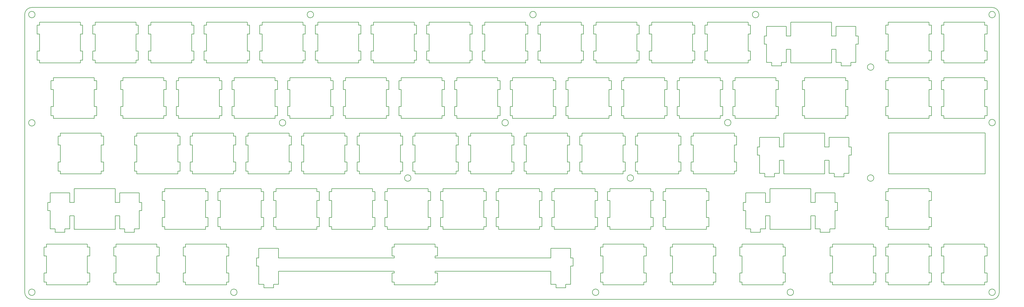
<source format=gbr>
G04 #@! TF.GenerationSoftware,KiCad,Pcbnew,8.0.7*
G04 #@! TF.CreationDate,2025-01-06T19:23:07+11:00*
G04 #@! TF.ProjectId,topv2,746f7076-322e-46b6-9963-61645f706362,rev?*
G04 #@! TF.SameCoordinates,Original*
G04 #@! TF.FileFunction,Profile,NP*
%FSLAX46Y46*%
G04 Gerber Fmt 4.6, Leading zero omitted, Abs format (unit mm)*
G04 Created by KiCad (PCBNEW 8.0.7) date 2025-01-06 19:23:07*
%MOMM*%
%LPD*%
G01*
G04 APERTURE LIST*
G04 #@! TA.AperFunction,Profile*
%ADD10C,0.200000*%
G04 #@! TD*
G04 APERTURE END LIST*
D10*
X34350700Y-126023955D02*
X363057000Y-126023955D01*
X34350700Y-126023955D02*
G75*
G02*
X31900725Y-123585022I0J2450000D01*
G01*
X31900725Y-28230855D02*
X31900725Y-123585022D01*
X31900725Y-28230855D02*
G75*
G02*
X34340801Y-25780900I2449975J0D01*
G01*
X363057000Y-25780900D02*
X34340801Y-25780900D01*
X363057000Y-25780900D02*
G75*
G02*
X365506995Y-28230900I0J-2449995D01*
G01*
X365507000Y-123573955D02*
X365507000Y-28230900D01*
X365507000Y-123573955D02*
G75*
G02*
X363057000Y-126023955I-2450000J0D01*
G01*
X364157000Y-28230900D02*
G75*
G02*
X361957000Y-28230900I-1100000J0D01*
G01*
X361957000Y-28230900D02*
G75*
G02*
X364157000Y-28230900I1100000J0D01*
G01*
X322570910Y-84355900D02*
G75*
G02*
X320370910Y-84355900I-1100000J0D01*
G01*
X320370910Y-84355900D02*
G75*
G02*
X322570910Y-84355900I1100000J0D01*
G01*
X240332560Y-84355900D02*
G75*
G02*
X238132560Y-84355900I-1100000J0D01*
G01*
X238132560Y-84355900D02*
G75*
G02*
X240332560Y-84355900I1100000J0D01*
G01*
X121269345Y-65375137D02*
G75*
G02*
X119069345Y-65375137I-1100000J0D01*
G01*
X119069345Y-65375137D02*
G75*
G02*
X121269345Y-65375137I1100000J0D01*
G01*
X35450725Y-123573955D02*
G75*
G02*
X33250725Y-123573955I-1100000J0D01*
G01*
X33250725Y-123573955D02*
G75*
G02*
X35450725Y-123573955I1100000J0D01*
G01*
X35450725Y-65399600D02*
G75*
G02*
X33250725Y-65399600I-1100000J0D01*
G01*
X33250725Y-65399600D02*
G75*
G02*
X35450725Y-65399600I1100000J0D01*
G01*
X164132560Y-84355900D02*
G75*
G02*
X161932560Y-84355900I-1100000J0D01*
G01*
X161932560Y-84355900D02*
G75*
G02*
X164132560Y-84355900I1100000J0D01*
G01*
X197469345Y-65353415D02*
G75*
G02*
X195269345Y-65353415I-1100000J0D01*
G01*
X195269345Y-65353415D02*
G75*
G02*
X197469345Y-65353415I1100000J0D01*
G01*
X322570910Y-46255900D02*
G75*
G02*
X320370910Y-46255900I-1100000J0D01*
G01*
X320370910Y-46255900D02*
G75*
G02*
X322570910Y-46255900I1100000J0D01*
G01*
X364157000Y-65305900D02*
G75*
G02*
X361957000Y-65305900I-1100000J0D01*
G01*
X361957000Y-65305900D02*
G75*
G02*
X364157000Y-65305900I1100000J0D01*
G01*
X295098165Y-123573955D02*
G75*
G02*
X292898165Y-123573955I-1100000J0D01*
G01*
X292898165Y-123573955D02*
G75*
G02*
X295098165Y-123573955I1100000J0D01*
G01*
X273669345Y-65331694D02*
G75*
G02*
X271469345Y-65331694I-1100000J0D01*
G01*
X271469345Y-65331694D02*
G75*
G02*
X273669345Y-65331694I1100000J0D01*
G01*
X130794425Y-28230900D02*
G75*
G02*
X128594425Y-28230900I-1100000J0D01*
G01*
X128594425Y-28230900D02*
G75*
G02*
X130794425Y-28230900I1100000J0D01*
G01*
X104599165Y-123573955D02*
G75*
G02*
X102399165Y-123573955I-1100000J0D01*
G01*
X102399165Y-123573955D02*
G75*
G02*
X104599165Y-123573955I1100000J0D01*
G01*
X35450725Y-28230900D02*
G75*
G02*
X33250725Y-28230900I-1100000J0D01*
G01*
X33250725Y-28230900D02*
G75*
G02*
X35450725Y-28230900I1100000J0D01*
G01*
X228424165Y-123573955D02*
G75*
G02*
X226224165Y-123573955I-1100000J0D01*
G01*
X226224165Y-123573955D02*
G75*
G02*
X228424165Y-123573955I1100000J0D01*
G01*
X206994425Y-28230900D02*
G75*
G02*
X204794425Y-28230900I-1100000J0D01*
G01*
X204794425Y-28230900D02*
G75*
G02*
X206994425Y-28230900I1100000J0D01*
G01*
X283194425Y-28230900D02*
G75*
G02*
X280994425Y-28230900I-1100000J0D01*
G01*
X280994425Y-28230900D02*
G75*
G02*
X283194425Y-28230900I1100000J0D01*
G01*
X364157000Y-123573955D02*
G75*
G02*
X361957000Y-123573955I-1100000J0D01*
G01*
X361957000Y-123573955D02*
G75*
G02*
X364157000Y-123573955I1100000J0D01*
G01*
X345731000Y-31850400D02*
X346532000Y-31850400D01*
X345731000Y-34949600D02*
X345731000Y-31850400D01*
X346532000Y-34949600D02*
X345731000Y-34949600D01*
X346532000Y-40749600D02*
X346532000Y-34949600D01*
X345731000Y-40749600D02*
X346532000Y-40749600D01*
X345731000Y-43850200D02*
X345731000Y-40749600D01*
X346532000Y-43850200D02*
X345731000Y-43850200D01*
X346532000Y-44849200D02*
X346532000Y-43850200D01*
X360532000Y-44849200D02*
X346532000Y-44849200D01*
X360532000Y-43850200D02*
X360532000Y-44849200D01*
X361331000Y-43850200D02*
X360532000Y-43850200D01*
X361331000Y-40749600D02*
X361331000Y-43850200D01*
X360532000Y-40749600D02*
X361331000Y-40749600D01*
X360532000Y-34949600D02*
X360532000Y-40749600D01*
X361331000Y-34949600D02*
X360532000Y-34949600D01*
X361331000Y-31850400D02*
X361331000Y-34949600D01*
X360532000Y-31850400D02*
X361331000Y-31850400D01*
X360532000Y-30849900D02*
X360532000Y-31850400D01*
X346532000Y-30849900D02*
X360532000Y-30849900D01*
X346532000Y-31850400D02*
X346532000Y-30849900D01*
X345731000Y-108050300D02*
X346532000Y-108050300D01*
X345731000Y-111148200D02*
X345731000Y-108050300D01*
X346532000Y-111148200D02*
X345731000Y-111148200D01*
X346532000Y-116949710D02*
X346532000Y-111148200D01*
X345731000Y-116949710D02*
X346532000Y-116949710D01*
X345731000Y-120050270D02*
X345731000Y-116949710D01*
X346532000Y-120050270D02*
X345731000Y-120050270D01*
X346532000Y-121049360D02*
X346532000Y-120050270D01*
X360532000Y-121049360D02*
X346532000Y-121049360D01*
X360532000Y-120050270D02*
X360532000Y-121049360D01*
X361331000Y-120050270D02*
X360532000Y-120050270D01*
X361331000Y-116949710D02*
X361331000Y-120050270D01*
X360532000Y-116949710D02*
X361331000Y-116949710D01*
X360532000Y-111148200D02*
X360532000Y-116949710D01*
X361331000Y-111148200D02*
X360532000Y-111148200D01*
X361331000Y-108050300D02*
X361331000Y-111148200D01*
X360532000Y-108050300D02*
X361331000Y-108050300D01*
X360532000Y-107049900D02*
X360532000Y-108050300D01*
X346532000Y-107049900D02*
X360532000Y-107049900D01*
X346532000Y-108050300D02*
X346532000Y-107049900D01*
X291762000Y-73650400D02*
X291762000Y-68949900D01*
X290238000Y-73650400D02*
X291762000Y-73650400D01*
X290238000Y-70420300D02*
X290238000Y-73650400D01*
X283487000Y-70420300D02*
X290238000Y-70420300D01*
X283487000Y-73650400D02*
X283487000Y-70420300D01*
X282663000Y-73650400D02*
X283487000Y-73650400D01*
X282663000Y-76449300D02*
X282663000Y-73650400D01*
X283487000Y-76449300D02*
X282663000Y-76449300D01*
X283487000Y-82719200D02*
X283487000Y-76449300D01*
X285212000Y-82719200D02*
X283487000Y-82719200D01*
X285212000Y-83919400D02*
X285212000Y-82719200D01*
X288511000Y-83919400D02*
X285212000Y-83919400D01*
X288511000Y-82719200D02*
X288511000Y-83919400D01*
X290238000Y-82719200D02*
X288511000Y-82719200D01*
X290238000Y-78250200D02*
X290238000Y-82719200D01*
X291762000Y-78250200D02*
X290238000Y-78250200D01*
X291762000Y-82949200D02*
X291762000Y-78250200D01*
X305763000Y-82949200D02*
X291762000Y-82949200D01*
X305763000Y-78250200D02*
X305763000Y-82949200D01*
X307287000Y-78250200D02*
X305763000Y-78250200D01*
X307287000Y-82719200D02*
X307287000Y-78250200D01*
X309012000Y-82719200D02*
X307287000Y-82719200D01*
X309012000Y-83919400D02*
X309012000Y-82719200D01*
X312313000Y-83919400D02*
X309012000Y-83919400D01*
X312313000Y-82719200D02*
X312313000Y-83919400D01*
X314038000Y-82719200D02*
X312313000Y-82719200D01*
X314038000Y-76449300D02*
X314038000Y-82719200D01*
X314862000Y-76449300D02*
X314038000Y-76449300D01*
X314862000Y-73650400D02*
X314862000Y-76449300D01*
X314038000Y-73650400D02*
X314862000Y-73650400D01*
X314038000Y-70420300D02*
X314038000Y-73650400D01*
X307287000Y-70420300D02*
X314038000Y-70420300D01*
X307287000Y-73650400D02*
X307287000Y-70420300D01*
X305763000Y-73650400D02*
X307287000Y-73650400D01*
X305763000Y-68949900D02*
X305763000Y-73650400D01*
X291762000Y-68949900D02*
X305763000Y-68949900D01*
X255244000Y-50900400D02*
X256045000Y-50900400D01*
X255244000Y-53999600D02*
X255244000Y-50900400D01*
X256045000Y-53999600D02*
X255244000Y-53999600D01*
X256045000Y-59799600D02*
X256045000Y-53999600D01*
X255244000Y-59799600D02*
X256045000Y-59799600D01*
X255244000Y-62900200D02*
X255244000Y-59799600D01*
X256045000Y-62900200D02*
X255244000Y-62900200D01*
X256045000Y-63899200D02*
X256045000Y-62900200D01*
X270044000Y-63899200D02*
X256045000Y-63899200D01*
X270044000Y-62900200D02*
X270044000Y-63899200D01*
X270845000Y-62900200D02*
X270044000Y-62900200D01*
X270845000Y-59799600D02*
X270845000Y-62900200D01*
X270044000Y-59799600D02*
X270845000Y-59799600D01*
X270044000Y-53999600D02*
X270044000Y-59799600D01*
X270845000Y-53999600D02*
X270044000Y-53999600D01*
X270845000Y-50900400D02*
X270845000Y-53999600D01*
X270044000Y-50900400D02*
X270845000Y-50900400D01*
X270044000Y-49899900D02*
X270044000Y-50900400D01*
X256045000Y-49899900D02*
X270044000Y-49899900D01*
X256045000Y-50900400D02*
X256045000Y-49899900D01*
X260006000Y-69950400D02*
X260807000Y-69950400D01*
X260006000Y-73049600D02*
X260006000Y-69950400D01*
X260807000Y-73049600D02*
X260006000Y-73049600D01*
X260807000Y-78849600D02*
X260807000Y-73049600D01*
X260006000Y-78849600D02*
X260807000Y-78849600D01*
X260006000Y-81950200D02*
X260006000Y-78849600D01*
X260807000Y-81950200D02*
X260006000Y-81950200D01*
X260807000Y-82949200D02*
X260807000Y-81950200D01*
X274807000Y-82949200D02*
X260807000Y-82949200D01*
X274807000Y-81950200D02*
X274807000Y-82949200D01*
X275606000Y-81950200D02*
X274807000Y-81950200D01*
X275606000Y-78849600D02*
X275606000Y-81950200D01*
X274807000Y-78849600D02*
X275606000Y-78849600D01*
X274807000Y-73049600D02*
X274807000Y-78849600D01*
X275606000Y-73049600D02*
X274807000Y-73049600D01*
X275606000Y-69950400D02*
X275606000Y-73049600D01*
X274807000Y-69950400D02*
X275606000Y-69950400D01*
X274807000Y-68949900D02*
X274807000Y-69950400D01*
X260807000Y-68949900D02*
X274807000Y-68949900D01*
X260807000Y-69950400D02*
X260807000Y-68949900D01*
X217144000Y-50900400D02*
X217945000Y-50900400D01*
X217144000Y-53999600D02*
X217144000Y-50900400D01*
X217945000Y-53999600D02*
X217144000Y-53999600D01*
X217945000Y-59799600D02*
X217945000Y-53999600D01*
X217144000Y-59799600D02*
X217945000Y-59799600D01*
X217144000Y-62900200D02*
X217144000Y-59799600D01*
X217945000Y-62900200D02*
X217144000Y-62900200D01*
X217945000Y-63899200D02*
X217945000Y-62900200D01*
X231944000Y-63899200D02*
X217945000Y-63899200D01*
X231944000Y-62900200D02*
X231944000Y-63899200D01*
X232745000Y-62900200D02*
X231944000Y-62900200D01*
X232745000Y-59799600D02*
X232745000Y-62900200D01*
X231944000Y-59799600D02*
X232745000Y-59799600D01*
X231944000Y-53999600D02*
X231944000Y-59799600D01*
X232745000Y-53999600D02*
X231944000Y-53999600D01*
X232745000Y-50900400D02*
X232745000Y-53999600D01*
X231944000Y-50900400D02*
X232745000Y-50900400D01*
X231944000Y-49899900D02*
X231944000Y-50900400D01*
X217945000Y-49899900D02*
X231944000Y-49899900D01*
X217945000Y-50900400D02*
X217945000Y-49899900D01*
X231431000Y-89000300D02*
X232232000Y-89000300D01*
X231431000Y-92098200D02*
X231431000Y-89000300D01*
X232232000Y-92098200D02*
X231431000Y-92098200D01*
X232232000Y-97899700D02*
X232232000Y-92098200D01*
X231431000Y-97899700D02*
X232232000Y-97899700D01*
X231431000Y-101000300D02*
X231431000Y-97899700D01*
X232232000Y-101000300D02*
X231431000Y-101000300D01*
X232232000Y-101999400D02*
X232232000Y-101000300D01*
X246232000Y-101999400D02*
X232232000Y-101999400D01*
X246232000Y-101000300D02*
X246232000Y-101999400D01*
X247031000Y-101000300D02*
X246232000Y-101000300D01*
X247031000Y-97899700D02*
X247031000Y-101000300D01*
X246232000Y-97899700D02*
X247031000Y-97899700D01*
X246232000Y-92098200D02*
X246232000Y-97899700D01*
X247031000Y-92098200D02*
X246232000Y-92098200D01*
X247031000Y-89000300D02*
X247031000Y-92098200D01*
X246232000Y-89000300D02*
X247031000Y-89000300D01*
X246232000Y-88000000D02*
X246232000Y-89000300D01*
X232232000Y-88000000D02*
X246232000Y-88000000D01*
X232232000Y-89000300D02*
X232232000Y-88000000D01*
X212381000Y-89000300D02*
X213182000Y-89000300D01*
X212381000Y-92098200D02*
X212381000Y-89000300D01*
X213182000Y-92098200D02*
X212381000Y-92098200D01*
X213182000Y-97899700D02*
X213182000Y-92098200D01*
X212381000Y-97899700D02*
X213182000Y-97899700D01*
X212381000Y-101000300D02*
X212381000Y-97899700D01*
X213182000Y-101000300D02*
X212381000Y-101000300D01*
X213182000Y-101999400D02*
X213182000Y-101000300D01*
X227182000Y-101999400D02*
X213182000Y-101999400D01*
X227182000Y-101000300D02*
X227182000Y-101999400D01*
X227981000Y-101000300D02*
X227182000Y-101000300D01*
X227981000Y-97899700D02*
X227981000Y-101000300D01*
X227182000Y-97899700D02*
X227981000Y-97899700D01*
X227182000Y-92098200D02*
X227182000Y-97899700D01*
X227981000Y-92098200D02*
X227182000Y-92098200D01*
X227981000Y-89000300D02*
X227981000Y-92098200D01*
X227182000Y-89000300D02*
X227981000Y-89000300D01*
X227182000Y-88000000D02*
X227182000Y-89000300D01*
X213182000Y-88000000D02*
X227182000Y-88000000D01*
X213182000Y-89000300D02*
X213182000Y-88000000D01*
X169519000Y-31850400D02*
X170320000Y-31850400D01*
X169519000Y-34949600D02*
X169519000Y-31850400D01*
X170320000Y-34949600D02*
X169519000Y-34949600D01*
X170320000Y-40749600D02*
X170320000Y-34949600D01*
X169519000Y-40749600D02*
X170320000Y-40749600D01*
X169519000Y-43850200D02*
X169519000Y-40749600D01*
X170320000Y-43850200D02*
X169519000Y-43850200D01*
X170320000Y-44849200D02*
X170320000Y-43850200D01*
X184319000Y-44849200D02*
X170320000Y-44849200D01*
X184319000Y-43850200D02*
X184319000Y-44849200D01*
X185120000Y-43850200D02*
X184319000Y-43850200D01*
X185120000Y-40749600D02*
X185120000Y-43850200D01*
X184319000Y-40749600D02*
X185120000Y-40749600D01*
X184319000Y-34949600D02*
X184319000Y-40749600D01*
X185120000Y-34949600D02*
X184319000Y-34949600D01*
X185120000Y-31850400D02*
X185120000Y-34949600D01*
X184319000Y-31850400D02*
X185120000Y-31850400D01*
X184319000Y-30849900D02*
X184319000Y-31850400D01*
X170320000Y-30849900D02*
X184319000Y-30849900D01*
X170320000Y-31850400D02*
X170320000Y-30849900D01*
X174281000Y-89000300D02*
X175082000Y-89000300D01*
X174281000Y-92098200D02*
X174281000Y-89000300D01*
X175082000Y-92098200D02*
X174281000Y-92098200D01*
X175082000Y-97899700D02*
X175082000Y-92098200D01*
X174281000Y-97899700D02*
X175082000Y-97899700D01*
X174281000Y-101000300D02*
X174281000Y-97899700D01*
X175082000Y-101000300D02*
X174281000Y-101000300D01*
X175082000Y-101999400D02*
X175082000Y-101000300D01*
X189082000Y-101999400D02*
X175082000Y-101999400D01*
X189082000Y-101000300D02*
X189082000Y-101999400D01*
X189881000Y-101000300D02*
X189082000Y-101000300D01*
X189881000Y-97899700D02*
X189881000Y-101000300D01*
X189082000Y-97899700D02*
X189881000Y-97899700D01*
X189082000Y-92098200D02*
X189082000Y-97899700D01*
X189881000Y-92098200D02*
X189082000Y-92098200D01*
X189881000Y-89000300D02*
X189881000Y-92098200D01*
X189082000Y-89000300D02*
X189881000Y-89000300D01*
X189082000Y-88000000D02*
X189082000Y-89000300D01*
X175082000Y-88000000D02*
X189082000Y-88000000D01*
X175082000Y-89000300D02*
X175082000Y-88000000D01*
X131418900Y-31850400D02*
X132218300Y-31850400D01*
X131418900Y-34949600D02*
X131418900Y-31850400D01*
X132218300Y-34949600D02*
X131418900Y-34949600D01*
X132218300Y-40749600D02*
X132218300Y-34949600D01*
X131418900Y-40749600D02*
X132218300Y-40749600D01*
X131418900Y-43850200D02*
X131418900Y-40749600D01*
X132218300Y-43850200D02*
X131418900Y-43850200D01*
X132218300Y-44849200D02*
X132218300Y-43850200D01*
X146219000Y-44849200D02*
X132218300Y-44849200D01*
X146219000Y-43850200D02*
X146219000Y-44849200D01*
X147018000Y-43850200D02*
X146219000Y-43850200D01*
X147018000Y-40749600D02*
X147018000Y-43850200D01*
X146219000Y-40749600D02*
X147018000Y-40749600D01*
X146219000Y-34949600D02*
X146219000Y-40749600D01*
X147018000Y-34949600D02*
X146219000Y-34949600D01*
X147018000Y-31850400D02*
X147018000Y-34949600D01*
X146219000Y-31850400D02*
X147018000Y-31850400D01*
X146219000Y-30849900D02*
X146219000Y-31850400D01*
X132218300Y-30849900D02*
X146219000Y-30849900D01*
X132218300Y-31850400D02*
X132218300Y-30849900D01*
X136181000Y-89000300D02*
X136982000Y-89000300D01*
X136181000Y-92098200D02*
X136181000Y-89000300D01*
X136982000Y-92098200D02*
X136181000Y-92098200D01*
X136982000Y-97899700D02*
X136982000Y-92098200D01*
X136181000Y-97899700D02*
X136982000Y-97899700D01*
X136181000Y-101000300D02*
X136181000Y-97899700D01*
X136982000Y-101000300D02*
X136181000Y-101000300D01*
X136982000Y-101999400D02*
X136982000Y-101000300D01*
X150982000Y-101999400D02*
X136982000Y-101999400D01*
X150982000Y-101000300D02*
X150982000Y-101999400D01*
X151781000Y-101000300D02*
X150982000Y-101000300D01*
X151781000Y-97899700D02*
X151781000Y-101000300D01*
X150982000Y-97899700D02*
X151781000Y-97899700D01*
X150982000Y-92098200D02*
X150982000Y-97899700D01*
X151781000Y-92098200D02*
X150982000Y-92098200D01*
X151781000Y-89000300D02*
X151781000Y-92098200D01*
X150982000Y-89000300D02*
X151781000Y-89000300D01*
X150982000Y-88000000D02*
X150982000Y-89000300D01*
X136982000Y-88000000D02*
X150982000Y-88000000D01*
X136982000Y-89000300D02*
X136982000Y-88000000D01*
X93318900Y-31850400D02*
X94119700Y-31850400D01*
X93318900Y-34949600D02*
X93318900Y-31850400D01*
X94119700Y-34949600D02*
X93318900Y-34949600D01*
X94119700Y-40749600D02*
X94119700Y-34949600D01*
X93318900Y-40749600D02*
X94119700Y-40749600D01*
X93318900Y-43850200D02*
X93318900Y-40749600D01*
X94119700Y-43850200D02*
X93318900Y-43850200D01*
X94119700Y-44849200D02*
X94119700Y-43850200D01*
X108119000Y-44849200D02*
X94119700Y-44849200D01*
X108119000Y-43850200D02*
X108119000Y-44849200D01*
X108919800Y-43850200D02*
X108119000Y-43850200D01*
X108919800Y-40749600D02*
X108919800Y-43850200D01*
X108119000Y-40749600D02*
X108919800Y-40749600D01*
X108119000Y-34949600D02*
X108119000Y-40749600D01*
X108919800Y-34949600D02*
X108119000Y-34949600D01*
X108919800Y-31850400D02*
X108919800Y-34949600D01*
X108119000Y-31850400D02*
X108919800Y-31850400D01*
X108119000Y-30849900D02*
X108119000Y-31850400D01*
X94119700Y-30849900D02*
X108119000Y-30849900D01*
X94119700Y-31850400D02*
X94119700Y-30849900D01*
X157613000Y-108050300D02*
X158412000Y-108050300D01*
X157613000Y-111148200D02*
X157613000Y-108050300D01*
X158412000Y-111148200D02*
X157613000Y-111148200D01*
X158412000Y-111750400D02*
X158412000Y-111148200D01*
X118788100Y-111750400D02*
X158412000Y-111750400D01*
X118788100Y-108520200D02*
X118788100Y-111750400D01*
X112037000Y-108520200D02*
X118788100Y-108520200D01*
X112037000Y-111750400D02*
X112037000Y-108520200D01*
X111212900Y-111750400D02*
X112037000Y-111750400D01*
X111212900Y-114549160D02*
X111212900Y-111750400D01*
X112037000Y-114549160D02*
X111212900Y-114549160D01*
X112037000Y-120819230D02*
X112037000Y-114549160D01*
X113762000Y-120819230D02*
X112037000Y-120819230D01*
X113762000Y-122019500D02*
X113762000Y-120819230D01*
X117062600Y-122019500D02*
X113762000Y-122019500D01*
X117062600Y-120819230D02*
X117062600Y-122019500D01*
X118788100Y-120819230D02*
X117062600Y-120819230D01*
X118788100Y-116348890D02*
X118788100Y-120819230D01*
X158412000Y-116348890D02*
X118788100Y-116348890D01*
X158412000Y-116949710D02*
X158412000Y-116348890D01*
X157613000Y-116949710D02*
X158412000Y-116949710D01*
X157613000Y-120050270D02*
X157613000Y-116949710D01*
X158412000Y-120050270D02*
X157613000Y-120050270D01*
X158412000Y-121049360D02*
X158412000Y-120050270D01*
X172413000Y-121049360D02*
X158412000Y-121049360D01*
X172413000Y-120050270D02*
X172413000Y-121049360D01*
X173212000Y-120050270D02*
X172413000Y-120050270D01*
X173212000Y-116949710D02*
X173212000Y-120050270D01*
X172413000Y-116949710D02*
X173212000Y-116949710D01*
X172413000Y-116348890D02*
X172413000Y-116949710D01*
X212037000Y-116348890D02*
X172413000Y-116348890D01*
X212037000Y-120819230D02*
X212037000Y-116348890D01*
X213762000Y-120819230D02*
X212037000Y-120819230D01*
X213762000Y-122019500D02*
X213762000Y-120819230D01*
X217063000Y-122019500D02*
X213762000Y-122019500D01*
X217063000Y-120819230D02*
X217063000Y-122019500D01*
X218788000Y-120819230D02*
X217063000Y-120819230D01*
X218788000Y-114549160D02*
X218788000Y-120819230D01*
X219612000Y-114549160D02*
X218788000Y-114549160D01*
X219612000Y-111750400D02*
X219612000Y-114549160D01*
X218788000Y-111750400D02*
X219612000Y-111750400D01*
X218788000Y-108520200D02*
X218788000Y-111750400D01*
X212037000Y-108520200D02*
X218788000Y-108520200D01*
X212037000Y-111750400D02*
X212037000Y-108520200D01*
X172413000Y-111750400D02*
X212037000Y-111750400D01*
X172413000Y-111148200D02*
X172413000Y-111750400D01*
X173212000Y-111148200D02*
X172413000Y-111148200D01*
X173212000Y-108050300D02*
X173212000Y-111148200D01*
X172413000Y-108050300D02*
X173212000Y-108050300D01*
X172413000Y-107049900D02*
X172413000Y-108050300D01*
X158412000Y-107049900D02*
X172413000Y-107049900D01*
X158412000Y-108050300D02*
X158412000Y-107049900D01*
X74268900Y-31850400D02*
X75069700Y-31850400D01*
X74268900Y-34949600D02*
X74268900Y-31850400D01*
X75069700Y-34949600D02*
X74268900Y-34949600D01*
X75069700Y-40749600D02*
X75069700Y-34949600D01*
X74268900Y-40749600D02*
X75069700Y-40749600D01*
X74268900Y-43850200D02*
X74268900Y-40749600D01*
X75069700Y-43850200D02*
X74268900Y-43850200D01*
X75069700Y-44849200D02*
X75069700Y-43850200D01*
X89069000Y-44849200D02*
X75069700Y-44849200D01*
X89069000Y-43850200D02*
X89069000Y-44849200D01*
X89869800Y-43850200D02*
X89069000Y-43850200D01*
X89869800Y-40749600D02*
X89869800Y-43850200D01*
X89069000Y-40749600D02*
X89869800Y-40749600D01*
X89069000Y-34949600D02*
X89069000Y-40749600D01*
X89869800Y-34949600D02*
X89069000Y-34949600D01*
X89869800Y-31850400D02*
X89869800Y-34949600D01*
X89069000Y-31850400D02*
X89869800Y-31850400D01*
X89069000Y-30849900D02*
X89069000Y-31850400D01*
X75069700Y-30849900D02*
X89069000Y-30849900D01*
X75069700Y-31850400D02*
X75069700Y-30849900D01*
X86175200Y-108050300D02*
X86976000Y-108050300D01*
X86175200Y-111148200D02*
X86175200Y-108050300D01*
X86976000Y-111148200D02*
X86175200Y-111148200D01*
X86976000Y-116949710D02*
X86976000Y-111148200D01*
X86175200Y-116949710D02*
X86976000Y-116949710D01*
X86175200Y-120050270D02*
X86175200Y-116949710D01*
X86976000Y-120050270D02*
X86175200Y-120050270D01*
X86976000Y-121049360D02*
X86976000Y-120050270D01*
X100975300Y-121049360D02*
X86976000Y-121049360D01*
X100975300Y-120050270D02*
X100975300Y-121049360D01*
X101776100Y-120050270D02*
X100975300Y-120050270D01*
X101776100Y-116949710D02*
X101776100Y-120050270D01*
X100975300Y-116949710D02*
X101776100Y-116949710D01*
X100975300Y-111148200D02*
X100975300Y-116949710D01*
X101776100Y-111148200D02*
X100975300Y-111148200D01*
X101776100Y-108050300D02*
X101776100Y-111148200D01*
X100975300Y-108050300D02*
X101776100Y-108050300D01*
X100975300Y-107049900D02*
X100975300Y-108050300D01*
X86976000Y-107049900D02*
X100975300Y-107049900D01*
X86976000Y-108050300D02*
X86976000Y-107049900D01*
X43312780Y-69950400D02*
X44112030Y-69950400D01*
X43312780Y-73049600D02*
X43312780Y-69950400D01*
X44112030Y-73049600D02*
X43312780Y-73049600D01*
X44112030Y-78849600D02*
X44112030Y-73049600D01*
X43312780Y-78849600D02*
X44112030Y-78849600D01*
X43312780Y-81950200D02*
X43312780Y-78849600D01*
X44112030Y-81950200D02*
X43312780Y-81950200D01*
X44112030Y-82949200D02*
X44112030Y-81950200D01*
X58112900Y-82949200D02*
X44112030Y-82949200D01*
X58112900Y-81950200D02*
X58112900Y-82949200D01*
X58912200Y-81950200D02*
X58112900Y-81950200D01*
X58912200Y-78849600D02*
X58912200Y-81950200D01*
X58112900Y-78849600D02*
X58912200Y-78849600D01*
X58112900Y-73049600D02*
X58112900Y-78849600D01*
X58912200Y-73049600D02*
X58112900Y-73049600D01*
X58912200Y-69950400D02*
X58912200Y-73049600D01*
X58112900Y-69950400D02*
X58912200Y-69950400D01*
X58112900Y-68949900D02*
X58112900Y-69950400D01*
X44112030Y-68949900D02*
X58112900Y-68949900D01*
X44112030Y-69950400D02*
X44112030Y-68949900D01*
X40931530Y-50900400D02*
X41732160Y-50900400D01*
X40931530Y-53999600D02*
X40931530Y-50900400D01*
X41732160Y-53999600D02*
X40931530Y-53999600D01*
X41732160Y-59799600D02*
X41732160Y-53999600D01*
X40931530Y-59799600D02*
X41732160Y-59799600D01*
X40931530Y-62900200D02*
X40931530Y-59799600D01*
X41732160Y-62900200D02*
X40931530Y-62900200D01*
X41732160Y-63899200D02*
X41732160Y-62900200D01*
X55731700Y-63899200D02*
X41732160Y-63899200D01*
X55731700Y-62900200D02*
X55731700Y-63899200D01*
X56530900Y-62900200D02*
X55731700Y-62900200D01*
X56530900Y-59799600D02*
X56530900Y-62900200D01*
X55731700Y-59799600D02*
X56530900Y-59799600D01*
X55731700Y-53999600D02*
X55731700Y-59799600D01*
X56530900Y-53999600D02*
X55731700Y-53999600D01*
X56530900Y-50900400D02*
X56530900Y-53999600D01*
X55731700Y-50900400D02*
X56530900Y-50900400D01*
X55731700Y-49899900D02*
X55731700Y-50900400D01*
X41732160Y-49899900D02*
X55731700Y-49899900D01*
X41732160Y-50900400D02*
X41732160Y-49899900D01*
X66124800Y-101769200D02*
X64400900Y-101769200D01*
X66124800Y-102969500D02*
X66124800Y-101769200D01*
X69425200Y-102969500D02*
X66124800Y-102969500D01*
X69425200Y-101769200D02*
X69425200Y-102969500D01*
X71150400Y-101769200D02*
X69425200Y-101769200D01*
X71150400Y-95499200D02*
X71150400Y-101769200D01*
X71975900Y-95499200D02*
X71150400Y-95499200D01*
X71975900Y-92700400D02*
X71975900Y-95499200D01*
X71150400Y-92700400D02*
X71975900Y-92700400D01*
X71150400Y-89470200D02*
X71150400Y-92700400D01*
X64400900Y-89470200D02*
X71150400Y-89470200D01*
X64400900Y-92700400D02*
X64400900Y-89470200D01*
X62875400Y-92700400D02*
X64400900Y-92700400D01*
X62875400Y-88000000D02*
X62875400Y-92700400D01*
X48875900Y-88000000D02*
X62875400Y-88000000D01*
X48875900Y-92700400D02*
X48875900Y-88000000D01*
X47350400Y-92700400D02*
X48875900Y-92700400D01*
X47350400Y-89470200D02*
X47350400Y-92700400D01*
X40600800Y-89470200D02*
X47350400Y-89470200D01*
X40600800Y-92700400D02*
X40600800Y-89470200D01*
X39775330Y-92700400D02*
X40600800Y-92700400D01*
X39775330Y-95499200D02*
X39775330Y-92700400D01*
X40600800Y-95499200D02*
X39775330Y-95499200D01*
X40600800Y-101769200D02*
X40600800Y-95499200D01*
X42326090Y-101769200D02*
X40600800Y-101769200D01*
X42326090Y-102969500D02*
X42326090Y-101769200D01*
X45625100Y-102969500D02*
X42326090Y-102969500D01*
X45625100Y-101769200D02*
X45625100Y-102969500D01*
X47350400Y-101769200D02*
X45625100Y-101769200D01*
X47350400Y-97300300D02*
X47350400Y-101769200D01*
X48875900Y-97300300D02*
X47350400Y-97300300D01*
X48875900Y-101999400D02*
X48875900Y-97300300D01*
X62875400Y-101999400D02*
X48875900Y-101999400D01*
X62875400Y-97300300D02*
X62875400Y-101999400D01*
X64400900Y-97300300D02*
X62875400Y-97300300D01*
X64400900Y-101769200D02*
X64400900Y-97300300D01*
X79031400Y-89000300D02*
X79832200Y-89000300D01*
X79031400Y-92098200D02*
X79031400Y-89000300D01*
X79832200Y-92098200D02*
X79031400Y-92098200D01*
X79832200Y-97899700D02*
X79832200Y-92098200D01*
X79031400Y-97899700D02*
X79832200Y-97899700D01*
X79031400Y-101000300D02*
X79031400Y-97899700D01*
X79832200Y-101000300D02*
X79031400Y-101000300D01*
X79832200Y-101999400D02*
X79832200Y-101000300D01*
X93831500Y-101999400D02*
X79832200Y-101999400D01*
X93831500Y-101000300D02*
X93831500Y-101999400D01*
X94630900Y-101000300D02*
X93831500Y-101000300D01*
X94630900Y-97899700D02*
X94630900Y-101000300D01*
X93831500Y-97899700D02*
X94630900Y-97899700D01*
X93831500Y-92098200D02*
X93831500Y-97899700D01*
X94630900Y-92098200D02*
X93831500Y-92098200D01*
X94630900Y-89000300D02*
X94630900Y-92098200D01*
X93831500Y-89000300D02*
X94630900Y-89000300D01*
X93831500Y-88000000D02*
X93831500Y-89000300D01*
X79832200Y-88000000D02*
X93831500Y-88000000D01*
X79832200Y-89000300D02*
X79832200Y-88000000D01*
X83793900Y-50900400D02*
X84594700Y-50900400D01*
X83793900Y-53999600D02*
X83793900Y-50900400D01*
X84594700Y-53999600D02*
X83793900Y-53999600D01*
X84594700Y-59799600D02*
X84594700Y-53999600D01*
X83793900Y-59799600D02*
X84594700Y-59799600D01*
X83793900Y-62900200D02*
X83793900Y-59799600D01*
X84594700Y-62900200D02*
X83793900Y-62900200D01*
X84594700Y-63899200D02*
X84594700Y-62900200D01*
X98594000Y-63899200D02*
X84594700Y-63899200D01*
X98594000Y-62900200D02*
X98594000Y-63899200D01*
X99394800Y-62900200D02*
X98594000Y-62900200D01*
X99394800Y-59799600D02*
X99394800Y-62900200D01*
X98594000Y-59799600D02*
X99394800Y-59799600D01*
X98594000Y-53999600D02*
X98594000Y-59799600D01*
X99394800Y-53999600D02*
X98594000Y-53999600D01*
X99394800Y-50900400D02*
X99394800Y-53999600D01*
X98594000Y-50900400D02*
X99394800Y-50900400D01*
X98594000Y-49899900D02*
X98594000Y-50900400D01*
X84594700Y-49899900D02*
X98594000Y-49899900D01*
X84594700Y-50900400D02*
X84594700Y-49899900D01*
X117131400Y-89000300D02*
X117932200Y-89000300D01*
X117131400Y-92098200D02*
X117131400Y-89000300D01*
X117932200Y-92098200D02*
X117131400Y-92098200D01*
X117932200Y-97899700D02*
X117932200Y-92098200D01*
X117131400Y-97899700D02*
X117932200Y-97899700D01*
X117131400Y-101000300D02*
X117131400Y-97899700D01*
X117932200Y-101000300D02*
X117131400Y-101000300D01*
X117932200Y-101999400D02*
X117932200Y-101000300D01*
X131931500Y-101999400D02*
X117932200Y-101999400D01*
X131931500Y-101000300D02*
X131931500Y-101999400D01*
X132730900Y-101000300D02*
X131931500Y-101000300D01*
X132730900Y-97899700D02*
X132730900Y-101000300D01*
X131931500Y-97899700D02*
X132730900Y-97899700D01*
X131931500Y-92098200D02*
X131931500Y-97899700D01*
X132730900Y-92098200D02*
X131931500Y-92098200D01*
X132730900Y-89000300D02*
X132730900Y-92098200D01*
X131931500Y-89000300D02*
X132730900Y-89000300D01*
X131931500Y-88000000D02*
X131931500Y-89000300D01*
X117932200Y-88000000D02*
X131931500Y-88000000D01*
X117932200Y-89000300D02*
X117932200Y-88000000D01*
X112368900Y-31850400D02*
X113169700Y-31850400D01*
X112368900Y-34949600D02*
X112368900Y-31850400D01*
X113169700Y-34949600D02*
X112368900Y-34949600D01*
X113169700Y-40749600D02*
X113169700Y-34949600D01*
X112368900Y-40749600D02*
X113169700Y-40749600D01*
X112368900Y-43850200D02*
X112368900Y-40749600D01*
X113169700Y-43850200D02*
X112368900Y-43850200D01*
X113169700Y-44849200D02*
X113169700Y-43850200D01*
X127169000Y-44849200D02*
X113169700Y-44849200D01*
X127169000Y-43850200D02*
X127169000Y-44849200D01*
X127968400Y-43850200D02*
X127169000Y-43850200D01*
X127968400Y-40749600D02*
X127968400Y-43850200D01*
X127169000Y-40749600D02*
X127968400Y-40749600D01*
X127169000Y-34949600D02*
X127169000Y-40749600D01*
X127968400Y-34949600D02*
X127169000Y-34949600D01*
X127968400Y-31850400D02*
X127968400Y-34949600D01*
X127169000Y-31850400D02*
X127968400Y-31850400D01*
X127169000Y-30849900D02*
X127169000Y-31850400D01*
X113169700Y-30849900D02*
X127169000Y-30849900D01*
X113169700Y-31850400D02*
X113169700Y-30849900D01*
X155231000Y-89000300D02*
X156032000Y-89000300D01*
X155231000Y-92098200D02*
X155231000Y-89000300D01*
X156032000Y-92098200D02*
X155231000Y-92098200D01*
X156032000Y-97899700D02*
X156032000Y-92098200D01*
X155231000Y-97899700D02*
X156032000Y-97899700D01*
X155231000Y-101000300D02*
X155231000Y-97899700D01*
X156032000Y-101000300D02*
X155231000Y-101000300D01*
X156032000Y-101999400D02*
X156032000Y-101000300D01*
X170032000Y-101999400D02*
X156032000Y-101999400D01*
X170032000Y-101000300D02*
X170032000Y-101999400D01*
X170831000Y-101000300D02*
X170032000Y-101000300D01*
X170831000Y-97899700D02*
X170831000Y-101000300D01*
X170032000Y-97899700D02*
X170831000Y-97899700D01*
X170032000Y-92098200D02*
X170032000Y-97899700D01*
X170831000Y-92098200D02*
X170032000Y-92098200D01*
X170831000Y-89000300D02*
X170831000Y-92098200D01*
X170032000Y-89000300D02*
X170831000Y-89000300D01*
X170032000Y-88000000D02*
X170032000Y-89000300D01*
X156032000Y-88000000D02*
X170032000Y-88000000D01*
X156032000Y-89000300D02*
X156032000Y-88000000D01*
X150469000Y-31850400D02*
X151268000Y-31850400D01*
X150469000Y-34949600D02*
X150469000Y-31850400D01*
X151268000Y-34949600D02*
X150469000Y-34949600D01*
X151268000Y-40749600D02*
X151268000Y-34949600D01*
X150469000Y-40749600D02*
X151268000Y-40749600D01*
X150469000Y-43850200D02*
X150469000Y-40749600D01*
X151268000Y-43850200D02*
X150469000Y-43850200D01*
X151268000Y-44849200D02*
X151268000Y-43850200D01*
X165269000Y-44849200D02*
X151268000Y-44849200D01*
X165269000Y-43850200D02*
X165269000Y-44849200D01*
X166070000Y-43850200D02*
X165269000Y-43850200D01*
X166070000Y-40749600D02*
X166070000Y-43850200D01*
X165269000Y-40749600D02*
X166070000Y-40749600D01*
X165269000Y-34949600D02*
X165269000Y-40749600D01*
X166070000Y-34949600D02*
X165269000Y-34949600D01*
X166070000Y-31850400D02*
X166070000Y-34949600D01*
X165269000Y-31850400D02*
X166070000Y-31850400D01*
X165269000Y-30849900D02*
X165269000Y-31850400D01*
X151268000Y-30849900D02*
X165269000Y-30849900D01*
X151268000Y-31850400D02*
X151268000Y-30849900D01*
X193331000Y-89000300D02*
X194132000Y-89000300D01*
X193331000Y-92098200D02*
X193331000Y-89000300D01*
X194132000Y-92098200D02*
X193331000Y-92098200D01*
X194132000Y-97899700D02*
X194132000Y-92098200D01*
X193331000Y-97899700D02*
X194132000Y-97899700D01*
X193331000Y-101000300D02*
X193331000Y-97899700D01*
X194132000Y-101000300D02*
X193331000Y-101000300D01*
X194132000Y-101999400D02*
X194132000Y-101000300D01*
X208132000Y-101999400D02*
X194132000Y-101999400D01*
X208132000Y-101000300D02*
X208132000Y-101999400D01*
X208931000Y-101000300D02*
X208132000Y-101000300D01*
X208931000Y-97899700D02*
X208931000Y-101000300D01*
X208132000Y-97899700D02*
X208931000Y-97899700D01*
X208132000Y-92098200D02*
X208132000Y-97899700D01*
X208931000Y-92098200D02*
X208132000Y-92098200D01*
X208931000Y-89000300D02*
X208931000Y-92098200D01*
X208132000Y-89000300D02*
X208931000Y-89000300D01*
X208132000Y-88000000D02*
X208132000Y-89000300D01*
X194132000Y-88000000D02*
X208132000Y-88000000D01*
X194132000Y-89000300D02*
X194132000Y-88000000D01*
X188569000Y-31850400D02*
X189370000Y-31850400D01*
X188569000Y-34949600D02*
X188569000Y-31850400D01*
X189370000Y-34949600D02*
X188569000Y-34949600D01*
X189370000Y-40749600D02*
X189370000Y-34949600D01*
X188569000Y-40749600D02*
X189370000Y-40749600D01*
X188569000Y-43850200D02*
X188569000Y-40749600D01*
X189370000Y-43850200D02*
X188569000Y-43850200D01*
X189370000Y-44849200D02*
X189370000Y-43850200D01*
X203369000Y-44849200D02*
X189370000Y-44849200D01*
X203369000Y-43850200D02*
X203369000Y-44849200D01*
X204170000Y-43850200D02*
X203369000Y-43850200D01*
X204170000Y-40749600D02*
X204170000Y-43850200D01*
X203369000Y-40749600D02*
X204170000Y-40749600D01*
X203369000Y-34949600D02*
X203369000Y-40749600D01*
X204170000Y-34949600D02*
X203369000Y-34949600D01*
X204170000Y-31850400D02*
X204170000Y-34949600D01*
X203369000Y-31850400D02*
X204170000Y-31850400D01*
X203369000Y-30849900D02*
X203369000Y-31850400D01*
X189370000Y-30849900D02*
X203369000Y-30849900D01*
X189370000Y-31850400D02*
X189370000Y-30849900D01*
X229050000Y-108050300D02*
X229851000Y-108050300D01*
X229050000Y-111148200D02*
X229050000Y-108050300D01*
X229851000Y-111148200D02*
X229050000Y-111148200D01*
X229851000Y-116949710D02*
X229851000Y-111148200D01*
X229050000Y-116949710D02*
X229851000Y-116949710D01*
X229050000Y-120050270D02*
X229050000Y-116949710D01*
X229851000Y-120050270D02*
X229050000Y-120050270D01*
X229851000Y-121049360D02*
X229851000Y-120050270D01*
X243850000Y-121049360D02*
X229851000Y-121049360D01*
X243850000Y-120050270D02*
X243850000Y-121049360D01*
X244651000Y-120050270D02*
X243850000Y-120050270D01*
X244651000Y-116949710D02*
X244651000Y-120050270D01*
X243850000Y-116949710D02*
X244651000Y-116949710D01*
X243850000Y-111148200D02*
X243850000Y-116949710D01*
X244651000Y-111148200D02*
X243850000Y-111148200D01*
X244651000Y-108050300D02*
X244651000Y-111148200D01*
X243850000Y-108050300D02*
X244651000Y-108050300D01*
X243850000Y-107049900D02*
X243850000Y-108050300D01*
X229851000Y-107049900D02*
X243850000Y-107049900D01*
X229851000Y-108050300D02*
X229851000Y-107049900D01*
X221906000Y-69950400D02*
X222707000Y-69950400D01*
X221906000Y-73049600D02*
X221906000Y-69950400D01*
X222707000Y-73049600D02*
X221906000Y-73049600D01*
X222707000Y-78849600D02*
X222707000Y-73049600D01*
X221906000Y-78849600D02*
X222707000Y-78849600D01*
X221906000Y-81950200D02*
X221906000Y-78849600D01*
X222707000Y-81950200D02*
X221906000Y-81950200D01*
X222707000Y-82949200D02*
X222707000Y-81950200D01*
X236707000Y-82949200D02*
X222707000Y-82949200D01*
X236707000Y-81950200D02*
X236707000Y-82949200D01*
X237506000Y-81950200D02*
X236707000Y-81950200D01*
X237506000Y-78849600D02*
X237506000Y-81950200D01*
X236707000Y-78849600D02*
X237506000Y-78849600D01*
X236707000Y-73049600D02*
X236707000Y-78849600D01*
X237506000Y-73049600D02*
X236707000Y-73049600D01*
X237506000Y-69950400D02*
X237506000Y-73049600D01*
X236707000Y-69950400D02*
X237506000Y-69950400D01*
X236707000Y-68949900D02*
X236707000Y-69950400D01*
X222707000Y-68949900D02*
X236707000Y-68949900D01*
X222707000Y-69950400D02*
X222707000Y-68949900D01*
X207619000Y-31850400D02*
X208420000Y-31850400D01*
X207619000Y-34949600D02*
X207619000Y-31850400D01*
X208420000Y-34949600D02*
X207619000Y-34949600D01*
X208420000Y-40749600D02*
X208420000Y-34949600D01*
X207619000Y-40749600D02*
X208420000Y-40749600D01*
X207619000Y-43850200D02*
X207619000Y-40749600D01*
X208420000Y-43850200D02*
X207619000Y-43850200D01*
X208420000Y-44849200D02*
X208420000Y-43850200D01*
X222419000Y-44849200D02*
X208420000Y-44849200D01*
X222419000Y-43850200D02*
X222419000Y-44849200D01*
X223220000Y-43850200D02*
X222419000Y-43850200D01*
X223220000Y-40749600D02*
X223220000Y-43850200D01*
X222419000Y-40749600D02*
X223220000Y-40749600D01*
X222419000Y-34949600D02*
X222419000Y-40749600D01*
X223220000Y-34949600D02*
X222419000Y-34949600D01*
X223220000Y-31850400D02*
X223220000Y-34949600D01*
X222419000Y-31850400D02*
X223220000Y-31850400D01*
X222419000Y-30849900D02*
X222419000Y-31850400D01*
X208420000Y-30849900D02*
X222419000Y-30849900D01*
X208420000Y-31850400D02*
X208420000Y-30849900D01*
X304250000Y-101769200D02*
X302526000Y-101769200D01*
X304250000Y-102969500D02*
X304250000Y-101769200D01*
X307550000Y-102969500D02*
X304250000Y-102969500D01*
X307550000Y-101769200D02*
X307550000Y-102969500D01*
X309275000Y-101769200D02*
X307550000Y-101769200D01*
X309275000Y-95499200D02*
X309275000Y-101769200D01*
X310101000Y-95499200D02*
X309275000Y-95499200D01*
X310101000Y-92700400D02*
X310101000Y-95499200D01*
X309275000Y-92700400D02*
X310101000Y-92700400D01*
X309275000Y-89470200D02*
X309275000Y-92700400D01*
X302526000Y-89470200D02*
X309275000Y-89470200D01*
X302526000Y-92700400D02*
X302526000Y-89470200D01*
X301000000Y-92700400D02*
X302526000Y-92700400D01*
X301000000Y-88000000D02*
X301000000Y-92700400D01*
X287000000Y-88000000D02*
X301000000Y-88000000D01*
X287000000Y-92700400D02*
X287000000Y-88000000D01*
X285476000Y-92700400D02*
X287000000Y-92700400D01*
X285476000Y-89470200D02*
X285476000Y-92700400D01*
X278726000Y-89470200D02*
X285476000Y-89470200D01*
X278726000Y-92700400D02*
X278726000Y-89470200D01*
X277900000Y-92700400D02*
X278726000Y-92700400D01*
X277900000Y-95499200D02*
X277900000Y-92700400D01*
X278726000Y-95499200D02*
X277900000Y-95499200D01*
X278726000Y-101769200D02*
X278726000Y-95499200D01*
X280451000Y-101769200D02*
X278726000Y-101769200D01*
X280451000Y-102969500D02*
X280451000Y-101769200D01*
X283750000Y-102969500D02*
X280451000Y-102969500D01*
X283750000Y-101769200D02*
X283750000Y-102969500D01*
X285476000Y-101769200D02*
X283750000Y-101769200D01*
X285476000Y-97300300D02*
X285476000Y-101769200D01*
X287000000Y-97300300D02*
X285476000Y-97300300D01*
X287000000Y-101999400D02*
X287000000Y-97300300D01*
X301000000Y-101999400D02*
X287000000Y-101999400D01*
X301000000Y-97300300D02*
X301000000Y-101999400D01*
X302526000Y-97300300D02*
X301000000Y-97300300D01*
X302526000Y-101769200D02*
X302526000Y-97300300D01*
X274294000Y-50900400D02*
X275095000Y-50900400D01*
X274294000Y-53999600D02*
X274294000Y-50900400D01*
X275095000Y-53999600D02*
X274294000Y-53999600D01*
X275095000Y-59799600D02*
X275095000Y-53999600D01*
X274294000Y-59799600D02*
X275095000Y-59799600D01*
X274294000Y-62900200D02*
X274294000Y-59799600D01*
X275095000Y-62900200D02*
X274294000Y-62900200D01*
X275095000Y-63899200D02*
X275095000Y-62900200D01*
X289094000Y-63899200D02*
X275095000Y-63899200D01*
X289094000Y-62900200D02*
X289094000Y-63899200D01*
X289895000Y-62900200D02*
X289094000Y-62900200D01*
X289895000Y-59799600D02*
X289895000Y-62900200D01*
X289094000Y-59799600D02*
X289895000Y-59799600D01*
X289094000Y-53999600D02*
X289094000Y-59799600D01*
X289895000Y-53999600D02*
X289094000Y-53999600D01*
X289895000Y-50900400D02*
X289895000Y-53999600D01*
X289094000Y-50900400D02*
X289895000Y-50900400D01*
X289094000Y-49899900D02*
X289094000Y-50900400D01*
X275095000Y-49899900D02*
X289094000Y-49899900D01*
X275095000Y-50900400D02*
X275095000Y-49899900D01*
X326681000Y-89000300D02*
X327482000Y-89000300D01*
X326681000Y-92098200D02*
X326681000Y-89000300D01*
X327482000Y-92098200D02*
X326681000Y-92098200D01*
X327482000Y-97899700D02*
X327482000Y-92098200D01*
X326681000Y-97899700D02*
X327482000Y-97899700D01*
X326681000Y-101000300D02*
X326681000Y-97899700D01*
X327482000Y-101000300D02*
X326681000Y-101000300D01*
X327482000Y-101999400D02*
X327482000Y-101000300D01*
X341482000Y-101999400D02*
X327482000Y-101999400D01*
X341482000Y-101000300D02*
X341482000Y-101999400D01*
X342281000Y-101000300D02*
X341482000Y-101000300D01*
X342281000Y-97899700D02*
X342281000Y-101000300D01*
X341482000Y-97899700D02*
X342281000Y-97899700D01*
X341482000Y-92098200D02*
X341482000Y-97899700D01*
X342281000Y-92098200D02*
X341482000Y-92098200D01*
X342281000Y-89000300D02*
X342281000Y-92098200D01*
X341482000Y-89000300D02*
X342281000Y-89000300D01*
X341482000Y-88000000D02*
X341482000Y-89000300D01*
X327482000Y-88000000D02*
X341482000Y-88000000D01*
X327482000Y-89000300D02*
X327482000Y-88000000D01*
X345731000Y-50900400D02*
X346532000Y-50900400D01*
X345731000Y-53999600D02*
X345731000Y-50900400D01*
X346532000Y-53999600D02*
X345731000Y-53999600D01*
X346532000Y-59799600D02*
X346532000Y-53999600D01*
X345731000Y-59799600D02*
X346532000Y-59799600D01*
X345731000Y-62900200D02*
X345731000Y-59799600D01*
X346532000Y-62900200D02*
X345731000Y-62900200D01*
X346532000Y-63899200D02*
X346532000Y-62900200D01*
X360532000Y-63899200D02*
X346532000Y-63899200D01*
X360532000Y-62900200D02*
X360532000Y-63899200D01*
X361331000Y-62900200D02*
X360532000Y-62900200D01*
X361331000Y-59799600D02*
X361331000Y-62900200D01*
X360532000Y-59799600D02*
X361331000Y-59799600D01*
X360532000Y-53999600D02*
X360532000Y-59799600D01*
X361331000Y-53999600D02*
X360532000Y-53999600D01*
X361331000Y-50900400D02*
X361331000Y-53999600D01*
X360532000Y-50900400D02*
X361331000Y-50900400D01*
X360532000Y-49899900D02*
X360532000Y-50900400D01*
X346532000Y-49899900D02*
X360532000Y-49899900D01*
X346532000Y-50900400D02*
X346532000Y-49899900D01*
X326681000Y-31850400D02*
X327482000Y-31850400D01*
X326681000Y-34949600D02*
X326681000Y-31850400D01*
X327482000Y-34949600D02*
X326681000Y-34949600D01*
X327482000Y-40749600D02*
X327482000Y-34949600D01*
X326681000Y-40749600D02*
X327482000Y-40749600D01*
X326681000Y-43850200D02*
X326681000Y-40749600D01*
X327482000Y-43850200D02*
X326681000Y-43850200D01*
X327482000Y-44849200D02*
X327482000Y-43850200D01*
X341482000Y-44849200D02*
X327482000Y-44849200D01*
X341482000Y-43850200D02*
X341482000Y-44849200D01*
X342281000Y-43850200D02*
X341482000Y-43850200D01*
X342281000Y-40749600D02*
X342281000Y-43850200D01*
X341482000Y-40749600D02*
X342281000Y-40749600D01*
X341482000Y-34949600D02*
X341482000Y-40749600D01*
X342281000Y-34949600D02*
X341482000Y-34949600D01*
X342281000Y-31850400D02*
X342281000Y-34949600D01*
X341482000Y-31850400D02*
X342281000Y-31850400D01*
X341482000Y-30849900D02*
X341482000Y-31850400D01*
X327482000Y-30849900D02*
X341482000Y-30849900D01*
X327482000Y-31850400D02*
X327482000Y-30849900D01*
X326681000Y-108050300D02*
X327482000Y-108050300D01*
X326681000Y-111148200D02*
X326681000Y-108050300D01*
X327482000Y-111148200D02*
X326681000Y-111148200D01*
X327482000Y-116949710D02*
X327482000Y-111148200D01*
X326681000Y-116949710D02*
X327482000Y-116949710D01*
X326681000Y-120050270D02*
X326681000Y-116949710D01*
X327482000Y-120050270D02*
X326681000Y-120050270D01*
X327482000Y-121049360D02*
X327482000Y-120050270D01*
X341482000Y-121049360D02*
X327482000Y-121049360D01*
X341482000Y-120050270D02*
X341482000Y-121049360D01*
X342281000Y-120050270D02*
X341482000Y-120050270D01*
X342281000Y-116949710D02*
X342281000Y-120050270D01*
X341482000Y-116949710D02*
X342281000Y-116949710D01*
X341482000Y-111148200D02*
X341482000Y-116949710D01*
X342281000Y-111148200D02*
X341482000Y-111148200D01*
X342281000Y-108050300D02*
X342281000Y-111148200D01*
X341482000Y-108050300D02*
X342281000Y-108050300D01*
X341482000Y-107049900D02*
X341482000Y-108050300D01*
X327482000Y-107049900D02*
X341482000Y-107049900D01*
X327482000Y-108050300D02*
X327482000Y-107049900D01*
X298106000Y-50900400D02*
X298907000Y-50900400D01*
X298106000Y-53999600D02*
X298106000Y-50900400D01*
X298907000Y-53999600D02*
X298106000Y-53999600D01*
X298907000Y-59799600D02*
X298907000Y-53999600D01*
X298106000Y-59799600D02*
X298907000Y-59799600D01*
X298106000Y-62900200D02*
X298106000Y-59799600D01*
X298907000Y-62900200D02*
X298106000Y-62900200D01*
X298907000Y-63899200D02*
X298907000Y-62900200D01*
X312907000Y-63899200D02*
X298907000Y-63899200D01*
X312907000Y-62900200D02*
X312907000Y-63899200D01*
X313706000Y-62900200D02*
X312907000Y-62900200D01*
X313706000Y-59799600D02*
X313706000Y-62900200D01*
X312907000Y-59799600D02*
X313706000Y-59799600D01*
X312907000Y-53999600D02*
X312907000Y-59799600D01*
X313706000Y-53999600D02*
X312907000Y-53999600D01*
X313706000Y-50900400D02*
X313706000Y-53999600D01*
X312907000Y-50900400D02*
X313706000Y-50900400D01*
X312907000Y-49899900D02*
X312907000Y-50900400D01*
X298907000Y-49899900D02*
X312907000Y-49899900D01*
X298907000Y-50900400D02*
X298907000Y-49899900D01*
X264769000Y-31850400D02*
X265570000Y-31850400D01*
X264769000Y-34949600D02*
X264769000Y-31850400D01*
X265570000Y-34949600D02*
X264769000Y-34949600D01*
X265570000Y-40749600D02*
X265570000Y-34949600D01*
X264769000Y-40749600D02*
X265570000Y-40749600D01*
X264769000Y-43850200D02*
X264769000Y-40749600D01*
X265570000Y-43850200D02*
X264769000Y-43850200D01*
X265570000Y-44849200D02*
X265570000Y-43850200D01*
X279569000Y-44849200D02*
X265570000Y-44849200D01*
X279569000Y-43850200D02*
X279569000Y-44849200D01*
X280370000Y-43850200D02*
X279569000Y-43850200D01*
X280370000Y-40749600D02*
X280370000Y-43850200D01*
X279569000Y-40749600D02*
X280370000Y-40749600D01*
X279569000Y-34949600D02*
X279569000Y-40749600D01*
X280370000Y-34949600D02*
X279569000Y-34949600D01*
X280370000Y-31850400D02*
X280370000Y-34949600D01*
X279569000Y-31850400D02*
X280370000Y-31850400D01*
X279569000Y-30849900D02*
X279569000Y-31850400D01*
X265570000Y-30849900D02*
X279569000Y-30849900D01*
X265570000Y-31850400D02*
X265570000Y-30849900D01*
X245719000Y-31850400D02*
X246520000Y-31850400D01*
X245719000Y-34949600D02*
X245719000Y-31850400D01*
X246520000Y-34949600D02*
X245719000Y-34949600D01*
X246520000Y-40749600D02*
X246520000Y-34949600D01*
X245719000Y-40749600D02*
X246520000Y-40749600D01*
X245719000Y-43850200D02*
X245719000Y-40749600D01*
X246520000Y-43850200D02*
X245719000Y-43850200D01*
X246520000Y-44849200D02*
X246520000Y-43850200D01*
X260519000Y-44849200D02*
X246520000Y-44849200D01*
X260519000Y-43850200D02*
X260519000Y-44849200D01*
X261320000Y-43850200D02*
X260519000Y-43850200D01*
X261320000Y-40749600D02*
X261320000Y-43850200D01*
X260519000Y-40749600D02*
X261320000Y-40749600D01*
X260519000Y-34949600D02*
X260519000Y-40749600D01*
X261320000Y-34949600D02*
X260519000Y-34949600D01*
X261320000Y-31850400D02*
X261320000Y-34949600D01*
X260519000Y-31850400D02*
X261320000Y-31850400D01*
X260519000Y-30849900D02*
X260519000Y-31850400D01*
X246520000Y-30849900D02*
X260519000Y-30849900D01*
X246520000Y-31850400D02*
X246520000Y-30849900D01*
X236194000Y-50900400D02*
X236995000Y-50900400D01*
X236194000Y-53999600D02*
X236194000Y-50900400D01*
X236995000Y-53999600D02*
X236194000Y-53999600D01*
X236995000Y-59799600D02*
X236995000Y-53999600D01*
X236194000Y-59799600D02*
X236995000Y-59799600D01*
X236194000Y-62900200D02*
X236194000Y-59799600D01*
X236995000Y-62900200D02*
X236194000Y-62900200D01*
X236995000Y-63899200D02*
X236995000Y-62900200D01*
X250994000Y-63899200D02*
X236995000Y-63899200D01*
X250994000Y-62900200D02*
X250994000Y-63899200D01*
X251795000Y-62900200D02*
X250994000Y-62900200D01*
X251795000Y-59799600D02*
X251795000Y-62900200D01*
X250994000Y-59799600D02*
X251795000Y-59799600D01*
X250994000Y-53999600D02*
X250994000Y-59799600D01*
X251795000Y-53999600D02*
X250994000Y-53999600D01*
X251795000Y-50900400D02*
X251795000Y-53999600D01*
X250994000Y-50900400D02*
X251795000Y-50900400D01*
X250994000Y-49899900D02*
X250994000Y-50900400D01*
X236995000Y-49899900D02*
X250994000Y-49899900D01*
X236995000Y-50900400D02*
X236995000Y-49899900D01*
X250481000Y-89000300D02*
X251282000Y-89000300D01*
X250481000Y-92098200D02*
X250481000Y-89000300D01*
X251282000Y-92098200D02*
X250481000Y-92098200D01*
X251282000Y-97899700D02*
X251282000Y-92098200D01*
X250481000Y-97899700D02*
X251282000Y-97899700D01*
X250481000Y-101000300D02*
X250481000Y-97899700D01*
X251282000Y-101000300D02*
X250481000Y-101000300D01*
X251282000Y-101999400D02*
X251282000Y-101000300D01*
X265282000Y-101999400D02*
X251282000Y-101999400D01*
X265282000Y-101000300D02*
X265282000Y-101999400D01*
X266081000Y-101000300D02*
X265282000Y-101000300D01*
X266081000Y-97899700D02*
X266081000Y-101000300D01*
X265282000Y-97899700D02*
X266081000Y-97899700D01*
X265282000Y-92098200D02*
X265282000Y-97899700D01*
X266081000Y-92098200D02*
X265282000Y-92098200D01*
X266081000Y-89000300D02*
X266081000Y-92098200D01*
X265282000Y-89000300D02*
X266081000Y-89000300D01*
X265282000Y-88000000D02*
X265282000Y-89000300D01*
X251282000Y-88000000D02*
X265282000Y-88000000D01*
X251282000Y-89000300D02*
X251282000Y-88000000D01*
X202856000Y-69950400D02*
X203657000Y-69950400D01*
X202856000Y-73049600D02*
X202856000Y-69950400D01*
X203657000Y-73049600D02*
X202856000Y-73049600D01*
X203657000Y-78849600D02*
X203657000Y-73049600D01*
X202856000Y-78849600D02*
X203657000Y-78849600D01*
X202856000Y-81950200D02*
X202856000Y-78849600D01*
X203657000Y-81950200D02*
X202856000Y-81950200D01*
X203657000Y-82949200D02*
X203657000Y-81950200D01*
X217657000Y-82949200D02*
X203657000Y-82949200D01*
X217657000Y-81950200D02*
X217657000Y-82949200D01*
X218456000Y-81950200D02*
X217657000Y-81950200D01*
X218456000Y-78849600D02*
X218456000Y-81950200D01*
X217657000Y-78849600D02*
X218456000Y-78849600D01*
X217657000Y-73049600D02*
X217657000Y-78849600D01*
X218456000Y-73049600D02*
X217657000Y-73049600D01*
X218456000Y-69950400D02*
X218456000Y-73049600D01*
X217657000Y-69950400D02*
X218456000Y-69950400D01*
X217657000Y-68949900D02*
X217657000Y-69950400D01*
X203657000Y-68949900D02*
X217657000Y-68949900D01*
X203657000Y-69950400D02*
X203657000Y-68949900D01*
X179044000Y-50900400D02*
X179845000Y-50900400D01*
X179044000Y-53999600D02*
X179044000Y-50900400D01*
X179845000Y-53999600D02*
X179044000Y-53999600D01*
X179845000Y-59799600D02*
X179845000Y-53999600D01*
X179044000Y-59799600D02*
X179845000Y-59799600D01*
X179044000Y-62900200D02*
X179044000Y-59799600D01*
X179845000Y-62900200D02*
X179044000Y-62900200D01*
X179845000Y-63899200D02*
X179845000Y-62900200D01*
X193844000Y-63899200D02*
X179845000Y-63899200D01*
X193844000Y-62900200D02*
X193844000Y-63899200D01*
X194645000Y-62900200D02*
X193844000Y-62900200D01*
X194645000Y-59799600D02*
X194645000Y-62900200D01*
X193844000Y-59799600D02*
X194645000Y-59799600D01*
X193844000Y-53999600D02*
X193844000Y-59799600D01*
X194645000Y-53999600D02*
X193844000Y-53999600D01*
X194645000Y-50900400D02*
X194645000Y-53999600D01*
X193844000Y-50900400D02*
X194645000Y-50900400D01*
X193844000Y-49899900D02*
X193844000Y-50900400D01*
X179845000Y-49899900D02*
X193844000Y-49899900D01*
X179845000Y-50900400D02*
X179845000Y-49899900D01*
X164756000Y-69950400D02*
X165557000Y-69950400D01*
X164756000Y-73049600D02*
X164756000Y-69950400D01*
X165557000Y-73049600D02*
X164756000Y-73049600D01*
X165557000Y-78849600D02*
X165557000Y-73049600D01*
X164756000Y-78849600D02*
X165557000Y-78849600D01*
X164756000Y-81950200D02*
X164756000Y-78849600D01*
X165557000Y-81950200D02*
X164756000Y-81950200D01*
X165557000Y-82949200D02*
X165557000Y-81950200D01*
X179557000Y-82949200D02*
X165557000Y-82949200D01*
X179557000Y-81950200D02*
X179557000Y-82949200D01*
X180356000Y-81950200D02*
X179557000Y-81950200D01*
X180356000Y-78849600D02*
X180356000Y-81950200D01*
X179557000Y-78849600D02*
X180356000Y-78849600D01*
X179557000Y-73049600D02*
X179557000Y-78849600D01*
X180356000Y-73049600D02*
X179557000Y-73049600D01*
X180356000Y-69950400D02*
X180356000Y-73049600D01*
X179557000Y-69950400D02*
X180356000Y-69950400D01*
X179557000Y-68949900D02*
X179557000Y-69950400D01*
X165557000Y-68949900D02*
X179557000Y-68949900D01*
X165557000Y-69950400D02*
X165557000Y-68949900D01*
X140944000Y-50900400D02*
X141745000Y-50900400D01*
X140944000Y-53999600D02*
X140944000Y-50900400D01*
X141745000Y-53999600D02*
X140944000Y-53999600D01*
X141745000Y-59799600D02*
X141745000Y-53999600D01*
X140944000Y-59799600D02*
X141745000Y-59799600D01*
X140944000Y-62900200D02*
X140944000Y-59799600D01*
X141745000Y-62900200D02*
X140944000Y-62900200D01*
X141745000Y-63899200D02*
X141745000Y-62900200D01*
X155744000Y-63899200D02*
X141745000Y-63899200D01*
X155744000Y-62900200D02*
X155744000Y-63899200D01*
X156545000Y-62900200D02*
X155744000Y-62900200D01*
X156545000Y-59799600D02*
X156545000Y-62900200D01*
X155744000Y-59799600D02*
X156545000Y-59799600D01*
X155744000Y-53999600D02*
X155744000Y-59799600D01*
X156545000Y-53999600D02*
X155744000Y-53999600D01*
X156545000Y-50900400D02*
X156545000Y-53999600D01*
X155744000Y-50900400D02*
X156545000Y-50900400D01*
X155744000Y-49899900D02*
X155744000Y-50900400D01*
X141745000Y-49899900D02*
X155744000Y-49899900D01*
X141745000Y-50900400D02*
X141745000Y-49899900D01*
X126656400Y-69950400D02*
X127457200Y-69950400D01*
X126656400Y-73049600D02*
X126656400Y-69950400D01*
X127457200Y-73049600D02*
X126656400Y-73049600D01*
X127457200Y-78849600D02*
X127457200Y-73049600D01*
X126656400Y-78849600D02*
X127457200Y-78849600D01*
X126656400Y-81950200D02*
X126656400Y-78849600D01*
X127457200Y-81950200D02*
X126656400Y-81950200D01*
X127457200Y-82949200D02*
X127457200Y-81950200D01*
X141457000Y-82949200D02*
X127457200Y-82949200D01*
X141457000Y-81950200D02*
X141457000Y-82949200D01*
X142256000Y-81950200D02*
X141457000Y-81950200D01*
X142256000Y-78849600D02*
X142256000Y-81950200D01*
X141457000Y-78849600D02*
X142256000Y-78849600D01*
X141457000Y-73049600D02*
X141457000Y-78849600D01*
X142256000Y-73049600D02*
X141457000Y-73049600D01*
X142256000Y-69950400D02*
X142256000Y-73049600D01*
X141457000Y-69950400D02*
X142256000Y-69950400D01*
X141457000Y-68949900D02*
X141457000Y-69950400D01*
X127457200Y-68949900D02*
X141457000Y-68949900D01*
X127457200Y-69950400D02*
X127457200Y-68949900D01*
X102843900Y-50900400D02*
X103644700Y-50900400D01*
X102843900Y-53999600D02*
X102843900Y-50900400D01*
X103644700Y-53999600D02*
X102843900Y-53999600D01*
X103644700Y-59799600D02*
X103644700Y-53999600D01*
X102843900Y-59799600D02*
X103644700Y-59799600D01*
X102843900Y-62900200D02*
X102843900Y-59799600D01*
X103644700Y-62900200D02*
X102843900Y-62900200D01*
X103644700Y-63899200D02*
X103644700Y-62900200D01*
X117644000Y-63899200D02*
X103644700Y-63899200D01*
X117644000Y-62900200D02*
X117644000Y-63899200D01*
X118444800Y-62900200D02*
X117644000Y-62900200D01*
X118444800Y-59799600D02*
X118444800Y-62900200D01*
X117644000Y-59799600D02*
X118444800Y-59799600D01*
X117644000Y-53999600D02*
X117644000Y-59799600D01*
X118444800Y-53999600D02*
X117644000Y-53999600D01*
X118444800Y-50900400D02*
X118444800Y-53999600D01*
X117644000Y-50900400D02*
X118444800Y-50900400D01*
X117644000Y-49899900D02*
X117644000Y-50900400D01*
X103644700Y-49899900D02*
X117644000Y-49899900D01*
X103644700Y-50900400D02*
X103644700Y-49899900D01*
X98081400Y-89000300D02*
X98882200Y-89000300D01*
X98081400Y-92098200D02*
X98081400Y-89000300D01*
X98882200Y-92098200D02*
X98081400Y-92098200D01*
X98882200Y-97899700D02*
X98882200Y-92098200D01*
X98081400Y-97899700D02*
X98882200Y-97899700D01*
X98081400Y-101000300D02*
X98081400Y-97899700D01*
X98882200Y-101000300D02*
X98081400Y-101000300D01*
X98882200Y-101999400D02*
X98882200Y-101000300D01*
X112881500Y-101999400D02*
X98882200Y-101999400D01*
X112881500Y-101000300D02*
X112881500Y-101999400D01*
X113680900Y-101000300D02*
X112881500Y-101000300D01*
X113680900Y-97899700D02*
X113680900Y-101000300D01*
X112881500Y-97899700D02*
X113680900Y-97899700D01*
X112881500Y-92098200D02*
X112881500Y-97899700D01*
X113680900Y-92098200D02*
X112881500Y-92098200D01*
X113680900Y-89000300D02*
X113680900Y-92098200D01*
X112881500Y-89000300D02*
X113680900Y-89000300D01*
X112881500Y-88000000D02*
X112881500Y-89000300D01*
X98882200Y-88000000D02*
X112881500Y-88000000D01*
X98882200Y-89000300D02*
X98882200Y-88000000D01*
X64744000Y-50900400D02*
X65544700Y-50900400D01*
X64744000Y-53999600D02*
X64744000Y-50900400D01*
X65544700Y-53999600D02*
X64744000Y-53999600D01*
X65544700Y-59799600D02*
X65544700Y-53999600D01*
X64744000Y-59799600D02*
X65544700Y-59799600D01*
X64744000Y-62900200D02*
X64744000Y-59799600D01*
X65544700Y-62900200D02*
X64744000Y-62900200D01*
X65544700Y-63899200D02*
X65544700Y-62900200D01*
X79544000Y-63899200D02*
X65544700Y-63899200D01*
X79544000Y-62900200D02*
X79544000Y-63899200D01*
X80344800Y-62900200D02*
X79544000Y-62900200D01*
X80344800Y-59799600D02*
X80344800Y-62900200D01*
X79544000Y-59799600D02*
X80344800Y-59799600D01*
X79544000Y-53999600D02*
X79544000Y-59799600D01*
X80344800Y-53999600D02*
X79544000Y-53999600D01*
X80344800Y-50900400D02*
X80344800Y-53999600D01*
X79544000Y-50900400D02*
X80344800Y-50900400D01*
X79544000Y-49899900D02*
X79544000Y-50900400D01*
X65544700Y-49899900D02*
X79544000Y-49899900D01*
X65544700Y-50900400D02*
X65544700Y-49899900D01*
X62362800Y-108050300D02*
X63162000Y-108050300D01*
X62362800Y-111148200D02*
X62362800Y-108050300D01*
X63162000Y-111148200D02*
X62362800Y-111148200D01*
X63162000Y-116949710D02*
X63162000Y-111148200D01*
X62362800Y-116949710D02*
X63162000Y-116949710D01*
X62362800Y-120050270D02*
X62362800Y-116949710D01*
X63162000Y-120050270D02*
X62362800Y-120050270D01*
X63162000Y-121049360D02*
X63162000Y-120050270D01*
X77162800Y-121049360D02*
X63162000Y-121049360D01*
X77162800Y-120050270D02*
X77162800Y-121049360D01*
X77962200Y-120050270D02*
X77162800Y-120050270D01*
X77962200Y-116949710D02*
X77962200Y-120050270D01*
X77162800Y-116949710D02*
X77962200Y-116949710D01*
X77162800Y-111148200D02*
X77162800Y-116949710D01*
X77962200Y-111148200D02*
X77162800Y-111148200D01*
X77962200Y-108050300D02*
X77962200Y-111148200D01*
X77162800Y-108050300D02*
X77962200Y-108050300D01*
X77162800Y-107049900D02*
X77162800Y-108050300D01*
X63162000Y-107049900D02*
X77162800Y-107049900D01*
X63162000Y-108050300D02*
X63162000Y-107049900D01*
X55219000Y-31850400D02*
X56019700Y-31850400D01*
X55219000Y-34949600D02*
X55219000Y-31850400D01*
X56019700Y-34949600D02*
X55219000Y-34949600D01*
X56019700Y-40749600D02*
X56019700Y-34949600D01*
X55219000Y-40749600D02*
X56019700Y-40749600D01*
X55219000Y-43850200D02*
X55219000Y-40749600D01*
X56019700Y-43850200D02*
X55219000Y-43850200D01*
X56019700Y-44849200D02*
X56019700Y-43850200D01*
X70019000Y-44849200D02*
X56019700Y-44849200D01*
X70019000Y-43850200D02*
X70019000Y-44849200D01*
X70819800Y-43850200D02*
X70019000Y-43850200D01*
X70819800Y-40749600D02*
X70819800Y-43850200D01*
X70019000Y-40749600D02*
X70819800Y-40749600D01*
X70019000Y-34949600D02*
X70019000Y-40749600D01*
X70819800Y-34949600D02*
X70019000Y-34949600D01*
X70819800Y-31850400D02*
X70819800Y-34949600D01*
X70019000Y-31850400D02*
X70819800Y-31850400D01*
X70019000Y-30849900D02*
X70019000Y-31850400D01*
X56019700Y-30849900D02*
X70019000Y-30849900D01*
X56019700Y-31850400D02*
X56019700Y-30849900D01*
X36169010Y-31850400D02*
X36969650Y-31850400D01*
X36169010Y-34949600D02*
X36169010Y-31850400D01*
X36969650Y-34949600D02*
X36169010Y-34949600D01*
X36969650Y-40749600D02*
X36969650Y-34949600D01*
X36169010Y-40749600D02*
X36969650Y-40749600D01*
X36169010Y-43850200D02*
X36169010Y-40749600D01*
X36969650Y-43850200D02*
X36169010Y-43850200D01*
X36969650Y-44849200D02*
X36969650Y-43850200D01*
X50969200Y-44849200D02*
X36969650Y-44849200D01*
X50969200Y-43850200D02*
X50969200Y-44849200D01*
X51769800Y-43850200D02*
X50969200Y-43850200D01*
X51769800Y-40749600D02*
X51769800Y-43850200D01*
X50969200Y-40749600D02*
X51769800Y-40749600D01*
X50969200Y-34949600D02*
X50969200Y-40749600D01*
X51769800Y-34949600D02*
X50969200Y-34949600D01*
X51769800Y-31850400D02*
X51769800Y-34949600D01*
X50969200Y-31850400D02*
X51769800Y-31850400D01*
X50969200Y-30849900D02*
X50969200Y-31850400D01*
X36969650Y-30849900D02*
X50969200Y-30849900D01*
X36969650Y-31850400D02*
X36969650Y-30849900D01*
X38550280Y-108050300D02*
X39350910Y-108050300D01*
X38550280Y-111148200D02*
X38550280Y-108050300D01*
X39350910Y-111148200D02*
X38550280Y-111148200D01*
X39350910Y-116949710D02*
X39350910Y-111148200D01*
X38550280Y-116949710D02*
X39350910Y-116949710D01*
X38550280Y-120050270D02*
X38550280Y-116949710D01*
X39350910Y-120050270D02*
X38550280Y-120050270D01*
X39350910Y-121049360D02*
X39350910Y-120050270D01*
X53350400Y-121049360D02*
X39350910Y-121049360D01*
X53350400Y-120050270D02*
X53350400Y-121049360D01*
X54151000Y-120050270D02*
X53350400Y-120050270D01*
X54151000Y-116949710D02*
X54151000Y-120050270D01*
X53350400Y-116949710D02*
X54151000Y-116949710D01*
X53350400Y-111148200D02*
X53350400Y-116949710D01*
X54151000Y-111148200D02*
X53350400Y-111148200D01*
X54151000Y-108050300D02*
X54151000Y-111148200D01*
X53350400Y-108050300D02*
X54151000Y-108050300D01*
X53350400Y-107049900D02*
X53350400Y-108050300D01*
X39350910Y-107049900D02*
X53350400Y-107049900D01*
X39350910Y-108050300D02*
X39350910Y-107049900D01*
X69506500Y-69950400D02*
X70307200Y-69950400D01*
X69506500Y-73049600D02*
X69506500Y-69950400D01*
X70307200Y-73049600D02*
X69506500Y-73049600D01*
X70307200Y-78849600D02*
X70307200Y-73049600D01*
X69506500Y-78849600D02*
X70307200Y-78849600D01*
X69506500Y-81950200D02*
X69506500Y-78849600D01*
X70307200Y-81950200D02*
X69506500Y-81950200D01*
X70307200Y-82949200D02*
X70307200Y-81950200D01*
X84306500Y-82949200D02*
X70307200Y-82949200D01*
X84306500Y-81950200D02*
X84306500Y-82949200D01*
X85105900Y-81950200D02*
X84306500Y-81950200D01*
X85105900Y-78849600D02*
X85105900Y-81950200D01*
X84306500Y-78849600D02*
X85105900Y-78849600D01*
X84306500Y-73049600D02*
X84306500Y-78849600D01*
X85105900Y-73049600D02*
X84306500Y-73049600D01*
X85105900Y-69950400D02*
X85105900Y-73049600D01*
X84306500Y-69950400D02*
X85105900Y-69950400D01*
X84306500Y-68949900D02*
X84306500Y-69950400D01*
X70307200Y-68949900D02*
X84306500Y-68949900D01*
X70307200Y-69950400D02*
X70307200Y-68949900D01*
X88556400Y-69950400D02*
X89357200Y-69950400D01*
X88556400Y-73049600D02*
X88556400Y-69950400D01*
X89357200Y-73049600D02*
X88556400Y-73049600D01*
X89357200Y-78849600D02*
X89357200Y-73049600D01*
X88556400Y-78849600D02*
X89357200Y-78849600D01*
X88556400Y-81950200D02*
X88556400Y-78849600D01*
X89357200Y-81950200D02*
X88556400Y-81950200D01*
X89357200Y-82949200D02*
X89357200Y-81950200D01*
X103356500Y-82949200D02*
X89357200Y-82949200D01*
X103356500Y-81950200D02*
X103356500Y-82949200D01*
X104155900Y-81950200D02*
X103356500Y-81950200D01*
X104155900Y-78849600D02*
X104155900Y-81950200D01*
X103356500Y-78849600D02*
X104155900Y-78849600D01*
X103356500Y-73049600D02*
X103356500Y-78849600D01*
X104155900Y-73049600D02*
X103356500Y-73049600D01*
X104155900Y-69950400D02*
X104155900Y-73049600D01*
X103356500Y-69950400D02*
X104155900Y-69950400D01*
X103356500Y-68949900D02*
X103356500Y-69950400D01*
X89357200Y-68949900D02*
X103356500Y-68949900D01*
X89357200Y-69950400D02*
X89357200Y-68949900D01*
X107606400Y-69950400D02*
X108407200Y-69950400D01*
X107606400Y-73049600D02*
X107606400Y-69950400D01*
X108407200Y-73049600D02*
X107606400Y-73049600D01*
X108407200Y-78849600D02*
X108407200Y-73049600D01*
X107606400Y-78849600D02*
X108407200Y-78849600D01*
X107606400Y-81950200D02*
X107606400Y-78849600D01*
X108407200Y-81950200D02*
X107606400Y-81950200D01*
X108407200Y-82949200D02*
X108407200Y-81950200D01*
X122406500Y-82949200D02*
X108407200Y-82949200D01*
X122406500Y-81950200D02*
X122406500Y-82949200D01*
X123205900Y-81950200D02*
X122406500Y-81950200D01*
X123205900Y-78849600D02*
X123205900Y-81950200D01*
X122406500Y-78849600D02*
X123205900Y-78849600D01*
X122406500Y-73049600D02*
X122406500Y-78849600D01*
X123205900Y-73049600D02*
X122406500Y-73049600D01*
X123205900Y-69950400D02*
X123205900Y-73049600D01*
X122406500Y-69950400D02*
X123205900Y-69950400D01*
X122406500Y-68949900D02*
X122406500Y-69950400D01*
X108407200Y-68949900D02*
X122406500Y-68949900D01*
X108407200Y-69950400D02*
X108407200Y-68949900D01*
X121893900Y-50900400D02*
X122694700Y-50900400D01*
X121893900Y-53999600D02*
X121893900Y-50900400D01*
X122694700Y-53999600D02*
X121893900Y-53999600D01*
X122694700Y-59799600D02*
X122694700Y-53999600D01*
X121893900Y-59799600D02*
X122694700Y-59799600D01*
X121893900Y-62900200D02*
X121893900Y-59799600D01*
X122694700Y-62900200D02*
X121893900Y-62900200D01*
X122694700Y-63899200D02*
X122694700Y-62900200D01*
X136694000Y-63899200D02*
X122694700Y-63899200D01*
X136694000Y-62900200D02*
X136694000Y-63899200D01*
X137495000Y-62900200D02*
X136694000Y-62900200D01*
X137495000Y-59799600D02*
X137495000Y-62900200D01*
X136694000Y-59799600D02*
X137495000Y-59799600D01*
X136694000Y-53999600D02*
X136694000Y-59799600D01*
X137495000Y-53999600D02*
X136694000Y-53999600D01*
X137495000Y-50900400D02*
X137495000Y-53999600D01*
X136694000Y-50900400D02*
X137495000Y-50900400D01*
X136694000Y-49899900D02*
X136694000Y-50900400D01*
X122694700Y-49899900D02*
X136694000Y-49899900D01*
X122694700Y-50900400D02*
X122694700Y-49899900D01*
X145706000Y-69950400D02*
X146507000Y-69950400D01*
X145706000Y-73049600D02*
X145706000Y-69950400D01*
X146507000Y-73049600D02*
X145706000Y-73049600D01*
X146507000Y-78849600D02*
X146507000Y-73049600D01*
X145706000Y-78849600D02*
X146507000Y-78849600D01*
X145706000Y-81950200D02*
X145706000Y-78849600D01*
X146507000Y-81950200D02*
X145706000Y-81950200D01*
X146507000Y-82949200D02*
X146507000Y-81950200D01*
X160507000Y-82949200D02*
X146507000Y-82949200D01*
X160507000Y-81950200D02*
X160507000Y-82949200D01*
X161306000Y-81950200D02*
X160507000Y-81950200D01*
X161306000Y-78849600D02*
X161306000Y-81950200D01*
X160507000Y-78849600D02*
X161306000Y-78849600D01*
X160507000Y-73049600D02*
X160507000Y-78849600D01*
X161306000Y-73049600D02*
X160507000Y-73049600D01*
X161306000Y-69950400D02*
X161306000Y-73049600D01*
X160507000Y-69950400D02*
X161306000Y-69950400D01*
X160507000Y-68949900D02*
X160507000Y-69950400D01*
X146507000Y-68949900D02*
X160507000Y-68949900D01*
X146507000Y-69950400D02*
X146507000Y-68949900D01*
X159994000Y-50900400D02*
X160795000Y-50900400D01*
X159994000Y-53999600D02*
X159994000Y-50900400D01*
X160795000Y-53999600D02*
X159994000Y-53999600D01*
X160795000Y-59799600D02*
X160795000Y-53999600D01*
X159994000Y-59799600D02*
X160795000Y-59799600D01*
X159994000Y-62900200D02*
X159994000Y-59799600D01*
X160795000Y-62900200D02*
X159994000Y-62900200D01*
X160795000Y-63899200D02*
X160795000Y-62900200D01*
X174794000Y-63899200D02*
X160795000Y-63899200D01*
X174794000Y-62900200D02*
X174794000Y-63899200D01*
X175595000Y-62900200D02*
X174794000Y-62900200D01*
X175595000Y-59799600D02*
X175595000Y-62900200D01*
X174794000Y-59799600D02*
X175595000Y-59799600D01*
X174794000Y-53999600D02*
X174794000Y-59799600D01*
X175595000Y-53999600D02*
X174794000Y-53999600D01*
X175595000Y-50900400D02*
X175595000Y-53999600D01*
X174794000Y-50900400D02*
X175595000Y-50900400D01*
X174794000Y-49899900D02*
X174794000Y-50900400D01*
X160795000Y-49899900D02*
X174794000Y-49899900D01*
X160795000Y-50900400D02*
X160795000Y-49899900D01*
X183806000Y-69950400D02*
X184607000Y-69950400D01*
X183806000Y-73049600D02*
X183806000Y-69950400D01*
X184607000Y-73049600D02*
X183806000Y-73049600D01*
X184607000Y-78849600D02*
X184607000Y-73049600D01*
X183806000Y-78849600D02*
X184607000Y-78849600D01*
X183806000Y-81950200D02*
X183806000Y-78849600D01*
X184607000Y-81950200D02*
X183806000Y-81950200D01*
X184607000Y-82949200D02*
X184607000Y-81950200D01*
X198607000Y-82949200D02*
X184607000Y-82949200D01*
X198607000Y-81950200D02*
X198607000Y-82949200D01*
X199406000Y-81950200D02*
X198607000Y-81950200D01*
X199406000Y-78849600D02*
X199406000Y-81950200D01*
X198607000Y-78849600D02*
X199406000Y-78849600D01*
X198607000Y-73049600D02*
X198607000Y-78849600D01*
X199406000Y-73049600D02*
X198607000Y-73049600D01*
X199406000Y-69950400D02*
X199406000Y-73049600D01*
X198607000Y-69950400D02*
X199406000Y-69950400D01*
X198607000Y-68949900D02*
X198607000Y-69950400D01*
X184607000Y-68949900D02*
X198607000Y-68949900D01*
X184607000Y-69950400D02*
X184607000Y-68949900D01*
X198094000Y-50900400D02*
X198895000Y-50900400D01*
X198094000Y-53999600D02*
X198094000Y-50900400D01*
X198895000Y-53999600D02*
X198094000Y-53999600D01*
X198895000Y-59799600D02*
X198895000Y-53999600D01*
X198094000Y-59799600D02*
X198895000Y-59799600D01*
X198094000Y-62900200D02*
X198094000Y-59799600D01*
X198895000Y-62900200D02*
X198094000Y-62900200D01*
X198895000Y-63899200D02*
X198895000Y-62900200D01*
X212894000Y-63899200D02*
X198895000Y-63899200D01*
X212894000Y-62900200D02*
X212894000Y-63899200D01*
X213695000Y-62900200D02*
X212894000Y-62900200D01*
X213695000Y-59799600D02*
X213695000Y-62900200D01*
X212894000Y-59799600D02*
X213695000Y-59799600D01*
X212894000Y-53999600D02*
X212894000Y-59799600D01*
X213695000Y-53999600D02*
X212894000Y-53999600D01*
X213695000Y-50900400D02*
X213695000Y-53999600D01*
X212894000Y-50900400D02*
X213695000Y-50900400D01*
X212894000Y-49899900D02*
X212894000Y-50900400D01*
X198895000Y-49899900D02*
X212894000Y-49899900D01*
X198895000Y-50900400D02*
X198895000Y-49899900D01*
X252863000Y-108050300D02*
X253662000Y-108050300D01*
X252863000Y-111148200D02*
X252863000Y-108050300D01*
X253662000Y-111148200D02*
X252863000Y-111148200D01*
X253662000Y-116949710D02*
X253662000Y-111148200D01*
X252863000Y-116949710D02*
X253662000Y-116949710D01*
X252863000Y-120050270D02*
X252863000Y-116949710D01*
X253662000Y-120050270D02*
X252863000Y-120050270D01*
X253662000Y-121049360D02*
X253662000Y-120050270D01*
X267663000Y-121049360D02*
X253662000Y-121049360D01*
X267663000Y-120050270D02*
X267663000Y-121049360D01*
X268462000Y-120050270D02*
X267663000Y-120050270D01*
X268462000Y-116949710D02*
X268462000Y-120050270D01*
X267663000Y-116949710D02*
X268462000Y-116949710D01*
X267663000Y-111148200D02*
X267663000Y-116949710D01*
X268462000Y-111148200D02*
X267663000Y-111148200D01*
X268462000Y-108050300D02*
X268462000Y-111148200D01*
X267663000Y-108050300D02*
X268462000Y-108050300D01*
X267663000Y-107049900D02*
X267663000Y-108050300D01*
X253662000Y-107049900D02*
X267663000Y-107049900D01*
X253662000Y-108050300D02*
X253662000Y-107049900D01*
X240956000Y-69950400D02*
X241757000Y-69950400D01*
X240956000Y-73049600D02*
X240956000Y-69950400D01*
X241757000Y-73049600D02*
X240956000Y-73049600D01*
X241757000Y-78849600D02*
X241757000Y-73049600D01*
X240956000Y-78849600D02*
X241757000Y-78849600D01*
X240956000Y-81950200D02*
X240956000Y-78849600D01*
X241757000Y-81950200D02*
X240956000Y-81950200D01*
X241757000Y-82949200D02*
X241757000Y-81950200D01*
X255757000Y-82949200D02*
X241757000Y-82949200D01*
X255757000Y-81950200D02*
X255757000Y-82949200D01*
X256556000Y-81950200D02*
X255757000Y-81950200D01*
X256556000Y-78849600D02*
X256556000Y-81950200D01*
X255757000Y-78849600D02*
X256556000Y-78849600D01*
X255757000Y-73049600D02*
X255757000Y-78849600D01*
X256556000Y-73049600D02*
X255757000Y-73049600D01*
X256556000Y-69950400D02*
X256556000Y-73049600D01*
X255757000Y-69950400D02*
X256556000Y-69950400D01*
X255757000Y-68949900D02*
X255757000Y-69950400D01*
X241757000Y-68949900D02*
X255757000Y-68949900D01*
X241757000Y-69950400D02*
X241757000Y-68949900D01*
X226669000Y-31850400D02*
X227470000Y-31850400D01*
X226669000Y-34949600D02*
X226669000Y-31850400D01*
X227470000Y-34949600D02*
X226669000Y-34949600D01*
X227470000Y-40749600D02*
X227470000Y-34949600D01*
X226669000Y-40749600D02*
X227470000Y-40749600D01*
X226669000Y-43850200D02*
X226669000Y-40749600D01*
X227470000Y-43850200D02*
X226669000Y-43850200D01*
X227470000Y-44849200D02*
X227470000Y-43850200D01*
X241469000Y-44849200D02*
X227470000Y-44849200D01*
X241469000Y-43850200D02*
X241469000Y-44849200D01*
X242270000Y-43850200D02*
X241469000Y-43850200D01*
X242270000Y-40749600D02*
X242270000Y-43850200D01*
X241469000Y-40749600D02*
X242270000Y-40749600D01*
X241469000Y-34949600D02*
X241469000Y-40749600D01*
X242270000Y-34949600D02*
X241469000Y-34949600D01*
X242270000Y-31850400D02*
X242270000Y-34949600D01*
X241469000Y-31850400D02*
X242270000Y-31850400D01*
X241469000Y-30849900D02*
X241469000Y-31850400D01*
X227470000Y-30849900D02*
X241469000Y-30849900D01*
X227470000Y-31850400D02*
X227470000Y-30849900D01*
X276675000Y-108050300D02*
X277476000Y-108050300D01*
X276675000Y-111148200D02*
X276675000Y-108050300D01*
X277476000Y-111148200D02*
X276675000Y-111148200D01*
X277476000Y-116949710D02*
X277476000Y-111148200D01*
X276675000Y-116949710D02*
X277476000Y-116949710D01*
X276675000Y-120050270D02*
X276675000Y-116949710D01*
X277476000Y-120050270D02*
X276675000Y-120050270D01*
X277476000Y-121049360D02*
X277476000Y-120050270D01*
X291475000Y-121049360D02*
X277476000Y-121049360D01*
X291475000Y-120050270D02*
X291475000Y-121049360D01*
X292276000Y-120050270D02*
X291475000Y-120050270D01*
X292276000Y-116949710D02*
X292276000Y-120050270D01*
X291475000Y-116949710D02*
X292276000Y-116949710D01*
X291475000Y-111148200D02*
X291475000Y-116949710D01*
X292276000Y-111148200D02*
X291475000Y-111148200D01*
X292276000Y-108050300D02*
X292276000Y-111148200D01*
X291475000Y-108050300D02*
X292276000Y-108050300D01*
X291475000Y-107049900D02*
X291475000Y-108050300D01*
X277476000Y-107049900D02*
X291475000Y-107049900D01*
X277476000Y-108050300D02*
X277476000Y-107049900D01*
X292619000Y-35550400D02*
X294145000Y-35550400D01*
X292619000Y-32320300D02*
X292619000Y-35550400D01*
X285870000Y-32320300D02*
X292619000Y-32320300D01*
X285870000Y-35550400D02*
X285870000Y-32320300D01*
X285044000Y-35550400D02*
X285870000Y-35550400D01*
X285044000Y-38349300D02*
X285044000Y-35550400D01*
X285870000Y-38349300D02*
X285044000Y-38349300D01*
X285870000Y-44619200D02*
X285870000Y-38349300D01*
X287593000Y-44619200D02*
X285870000Y-44619200D01*
X287593000Y-45819400D02*
X287593000Y-44619200D01*
X290894000Y-45819400D02*
X287593000Y-45819400D01*
X290894000Y-44619200D02*
X290894000Y-45819400D01*
X292619000Y-44619200D02*
X290894000Y-44619200D01*
X292619000Y-40150200D02*
X292619000Y-44619200D01*
X294145000Y-40150200D02*
X292619000Y-40150200D01*
X294145000Y-44849200D02*
X294145000Y-40150200D01*
X308144000Y-44849200D02*
X294145000Y-44849200D01*
X308144000Y-40150200D02*
X308144000Y-44849200D01*
X309670000Y-40150200D02*
X308144000Y-40150200D01*
X309670000Y-44619200D02*
X309670000Y-40150200D01*
X311395000Y-44619200D02*
X309670000Y-44619200D01*
X311395000Y-45819400D02*
X311395000Y-44619200D01*
X314694000Y-45819400D02*
X311395000Y-45819400D01*
X314694000Y-44619200D02*
X314694000Y-45819400D01*
X316419000Y-44619200D02*
X314694000Y-44619200D01*
X316419000Y-38349300D02*
X316419000Y-44619200D01*
X317245000Y-38349300D02*
X316419000Y-38349300D01*
X317245000Y-35550400D02*
X317245000Y-38349300D01*
X316419000Y-35550400D02*
X317245000Y-35550400D01*
X316419000Y-32320300D02*
X316419000Y-35550400D01*
X309670000Y-32320300D02*
X316419000Y-32320300D01*
X309670000Y-35550400D02*
X309670000Y-32320300D01*
X308144000Y-35550400D02*
X309670000Y-35550400D01*
X308144000Y-30849900D02*
X308144000Y-35550400D01*
X294145000Y-30849900D02*
X308144000Y-30849900D01*
X294145000Y-35550400D02*
X294145000Y-30849900D01*
X307631000Y-108050300D02*
X308432000Y-108050300D01*
X307631000Y-111148200D02*
X307631000Y-108050300D01*
X308432000Y-111148200D02*
X307631000Y-111148200D01*
X308432000Y-116949710D02*
X308432000Y-111148200D01*
X307631000Y-116949710D02*
X308432000Y-116949710D01*
X307631000Y-120050270D02*
X307631000Y-116949710D01*
X308432000Y-120050270D02*
X307631000Y-120050270D01*
X308432000Y-121049360D02*
X308432000Y-120050270D01*
X322432000Y-121049360D02*
X308432000Y-121049360D01*
X322432000Y-120050270D02*
X322432000Y-121049360D01*
X323231000Y-120050270D02*
X322432000Y-120050270D01*
X323231000Y-116949710D02*
X323231000Y-120050270D01*
X322432000Y-116949710D02*
X323231000Y-116949710D01*
X322432000Y-111148200D02*
X322432000Y-116949710D01*
X323231000Y-111148200D02*
X322432000Y-111148200D01*
X323231000Y-108050300D02*
X323231000Y-111148200D01*
X322432000Y-108050300D02*
X323231000Y-108050300D01*
X322432000Y-107049900D02*
X322432000Y-108050300D01*
X308432000Y-107049900D02*
X322432000Y-107049900D01*
X308432000Y-108050300D02*
X308432000Y-107049900D01*
X326681000Y-50900400D02*
X327482000Y-50900400D01*
X326681000Y-53999600D02*
X326681000Y-50900400D01*
X327482000Y-53999600D02*
X326681000Y-53999600D01*
X327482000Y-59799600D02*
X327482000Y-53999600D01*
X326681000Y-59799600D02*
X327482000Y-59799600D01*
X326681000Y-62900200D02*
X326681000Y-59799600D01*
X327482000Y-62900200D02*
X326681000Y-62900200D01*
X327482000Y-63899200D02*
X327482000Y-62900200D01*
X341482000Y-63899200D02*
X327482000Y-63899200D01*
X341482000Y-62900200D02*
X341482000Y-63899200D01*
X342281000Y-62900200D02*
X341482000Y-62900200D01*
X342281000Y-59799600D02*
X342281000Y-62900200D01*
X341482000Y-59799600D02*
X342281000Y-59799600D01*
X341482000Y-53999600D02*
X341482000Y-59799600D01*
X342281000Y-53999600D02*
X341482000Y-53999600D01*
X342281000Y-50900400D02*
X342281000Y-53999600D01*
X341482000Y-50900400D02*
X342281000Y-50900400D01*
X341482000Y-49899900D02*
X341482000Y-50900400D01*
X327482000Y-49899900D02*
X341482000Y-49899900D01*
X327482000Y-50900400D02*
X327482000Y-49899900D01*
X327698160Y-82889340D02*
X327698160Y-68889340D01*
X360698160Y-82889340D02*
X327698160Y-82889340D01*
X360698160Y-68889340D02*
X360698160Y-82889340D01*
X327698160Y-68889340D02*
X360698160Y-68889340D01*
M02*

</source>
